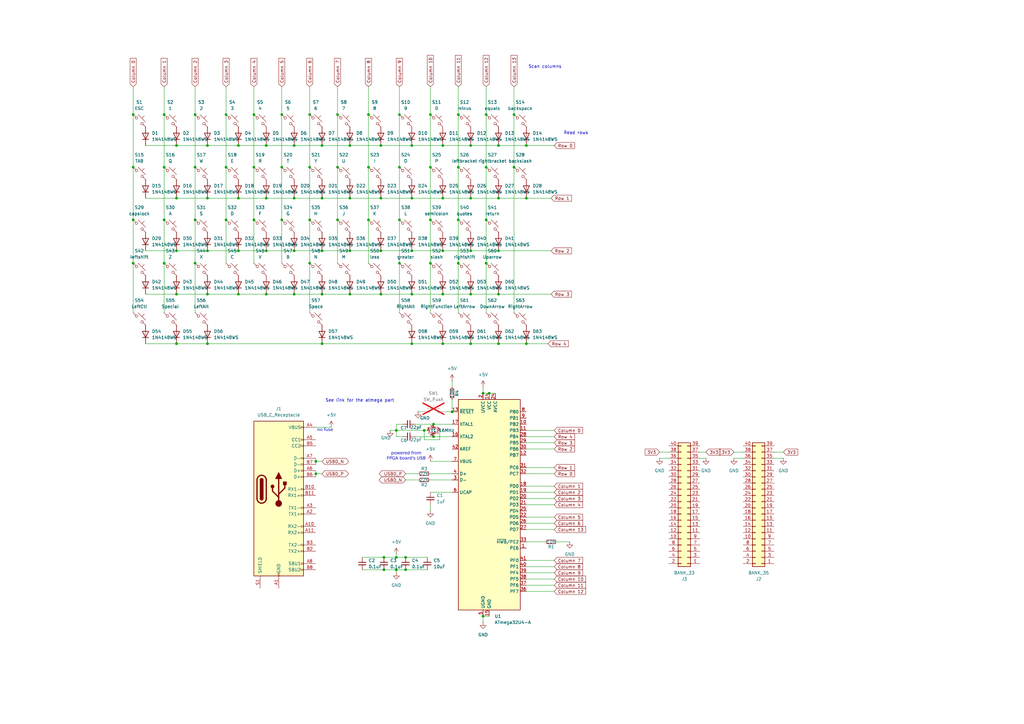
<source format=kicad_sch>
(kicad_sch (version 20231120) (generator "eeschema") (generator_version "8.0")
  (paper "A3")
  (bus_alias "" (members))
  (junction (at 54.61 90.17))
  (junction (at 199.39 107.95))
  (junction (at 80.01 68.58))
  (junction (at 132.08 81.28))
  (junction (at 80.01 90.17))
  (junction (at 157.48 228.6))
  (junction (at 156.21 59.69))
  (junction (at 97.79 120.65))
  (junction (at 204.47 140.97))
  (junction (at 115.57 46.99))
  (junction (at 198.12 252.73))
  (junction (at 204.47 59.69))
  (junction (at 177.8 173.99))
  (junction (at 163.83 46.99))
  (junction (at 156.21 120.65))
  (junction (at 199.39 68.58))
  (junction (at 104.14 90.17))
  (junction (at 185.42 168.91))
  (junction (at 193.04 81.28))
  (junction (at 72.39 140.97))
  (junction (at 129.54 189.23))
  (junction (at 85.09 59.69))
  (junction (at 187.96 107.95))
  (junction (at 85.09 81.28))
  (junction (at 92.71 68.58))
  (junction (at 132.08 102.87))
  (junction (at 85.09 140.97))
  (junction (at 97.79 81.28))
  (junction (at 168.91 140.97))
  (junction (at 187.96 68.58))
  (junction (at 127 90.17))
  (junction (at 138.43 90.17))
  (junction (at 193.04 59.69))
  (junction (at 109.22 81.28))
  (junction (at 72.39 120.65))
  (junction (at 168.91 81.28))
  (junction (at 193.04 120.65))
  (junction (at 97.79 59.69))
  (junction (at 199.39 90.17))
  (junction (at 143.51 102.87))
  (junction (at 181.61 59.69))
  (junction (at 204.47 81.28))
  (junction (at 210.82 46.99))
  (junction (at 54.61 107.95))
  (junction (at 143.51 59.69))
  (junction (at 132.08 59.69))
  (junction (at 162.56 228.6))
  (junction (at 200.66 161.29))
  (junction (at 127 46.99))
  (junction (at 120.65 120.65))
  (junction (at 120.65 102.87))
  (junction (at 92.71 46.99))
  (junction (at 193.04 140.97))
  (junction (at 176.53 90.17))
  (junction (at 181.61 102.87))
  (junction (at 127 68.58))
  (junction (at 85.09 102.87))
  (junction (at 168.91 59.69))
  (junction (at 181.61 140.97))
  (junction (at 72.39 81.28))
  (junction (at 151.13 90.17))
  (junction (at 156.21 102.87))
  (junction (at 176.53 68.58))
  (junction (at 168.91 102.87))
  (junction (at 109.22 59.69))
  (junction (at 162.56 176.53))
  (junction (at 129.54 194.31))
  (junction (at 115.57 68.58))
  (junction (at 132.08 140.97))
  (junction (at 215.9 140.97))
  (junction (at 109.22 102.87))
  (junction (at 80.01 107.95))
  (junction (at 163.83 90.17))
  (junction (at 67.31 90.17))
  (junction (at 204.47 120.65))
  (junction (at 92.71 90.17))
  (junction (at 67.31 68.58))
  (junction (at 168.91 120.65))
  (junction (at 80.01 46.99))
  (junction (at 181.61 120.65))
  (junction (at 138.43 68.58))
  (junction (at 176.53 107.95))
  (junction (at 72.39 59.69))
  (junction (at 177.8 179.07))
  (junction (at 166.37 228.6))
  (junction (at 151.13 68.58))
  (junction (at 97.79 102.87))
  (junction (at 127 107.95))
  (junction (at 215.9 81.28))
  (junction (at 143.51 120.65))
  (junction (at 67.31 46.99))
  (junction (at 143.51 81.28))
  (junction (at 198.12 161.29))
  (junction (at 187.96 46.99))
  (junction (at 181.61 81.28))
  (junction (at 156.21 81.28))
  (junction (at 173.99 176.53))
  (junction (at 204.47 102.87))
  (junction (at 54.61 68.58))
  (junction (at 199.39 46.99))
  (junction (at 210.82 68.58))
  (junction (at 162.56 233.68))
  (junction (at 115.57 90.17))
  (junction (at 166.37 233.68))
  (junction (at 54.61 46.99))
  (junction (at 187.96 90.17))
  (junction (at 138.43 46.99))
  (junction (at 176.53 46.99))
  (junction (at 85.09 120.65))
  (junction (at 109.22 120.65))
  (junction (at 215.9 59.69))
  (junction (at 132.08 120.65))
  (junction (at 120.65 81.28))
  (junction (at 163.83 107.95))
  (junction (at 120.65 59.69))
  (junction (at 157.48 233.68))
  (junction (at 193.04 102.87))
  (junction (at 72.39 102.87))
  (junction (at 163.83 68.58))
  (junction (at 151.13 46.99))
  (junction (at 104.14 46.99))
  (junction (at 104.14 68.58))
  (junction (at 67.31 107.95))
  (wire (pts (xy 85.09 81.28) (xy 97.79 81.28)))
  (wire (pts (xy 193.04 140.97) (xy 204.47 140.97)))
  (wire (pts (xy 143.51 81.28) (xy 156.21 81.28)))
  (wire (pts (xy 166.37 233.68) (xy 175.26 233.68)))
  (wire (pts (xy 176.53 196.85) (xy 185.42 196.85)))
  (wire (pts (xy 85.09 120.65) (xy 97.79 120.65)))
  (wire (pts (xy 181.61 59.69) (xy 193.04 59.69)))
  (wire (pts (xy 104.14 68.58) (xy 104.14 90.17)))
  (wire (pts (xy 157.48 233.68) (xy 162.56 233.68)))
  (wire (pts (xy 176.53 68.58) (xy 176.53 90.17)))
  (wire (pts (xy 157.48 228.6) (xy 162.56 228.6)))
  (wire (pts (xy 104.14 90.17) (xy 104.14 107.95)))
  (wire (pts (xy 163.83 107.95) (xy 163.83 128.27)))
  (wire (pts (xy 132.08 81.28) (xy 143.51 81.28)))
  (wire (pts (xy 210.82 35.56) (xy 210.82 46.99)))
  (wire (pts (xy 97.79 81.28) (xy 109.22 81.28)))
  (wire (pts (xy 67.31 107.95) (xy 67.31 128.27)))
  (wire (pts (xy 289.56 185.42) (xy 287.02 185.42)))
  (wire (pts (xy 162.56 179.07) (xy 165.1 179.07)))
  (wire (pts (xy 162.56 176.53) (xy 173.99 176.53)))
  (wire (pts (xy 129.54 189.23) (xy 132.08 189.23)))
  (wire (pts (xy 204.47 59.69) (xy 215.9 59.69)))
  (wire (pts (xy 227.33 242.57) (xy 215.9 242.57)))
  (wire (pts (xy 176.53 46.99) (xy 176.53 68.58)))
  (wire (pts (xy 228.6 222.25) (xy 233.68 222.25)))
  (wire (pts (xy 80.01 68.58) (xy 80.01 90.17)))
  (wire (pts (xy 127 107.95) (xy 127 128.27)))
  (wire (pts (xy 210.82 46.99) (xy 210.82 68.58)))
  (wire (pts (xy 170.18 173.99) (xy 177.8 173.99)))
  (wire (pts (xy 151.13 46.99) (xy 151.13 68.58)))
  (wire (pts (xy 59.69 140.97) (xy 72.39 140.97)))
  (wire (pts (xy 163.83 35.56) (xy 163.83 46.99)))
  (wire (pts (xy 181.61 102.87) (xy 193.04 102.87)))
  (wire (pts (xy 198.12 158.75) (xy 198.12 161.29)))
  (wire (pts (xy 180.34 176.53) (xy 180.34 180.34)))
  (wire (pts (xy 227.33 212.09) (xy 215.9 212.09)))
  (wire (pts (xy 166.37 194.31) (xy 171.45 194.31)))
  (wire (pts (xy 181.61 81.28) (xy 193.04 81.28)))
  (wire (pts (xy 227.33 184.15) (xy 215.9 184.15)))
  (wire (pts (xy 227.33 179.07) (xy 215.9 179.07)))
  (wire (pts (xy 187.96 46.99) (xy 187.96 68.58)))
  (wire (pts (xy 129.54 194.31) (xy 129.54 195.58)))
  (wire (pts (xy 182.88 168.91) (xy 185.42 168.91)))
  (wire (pts (xy 227.33 191.77) (xy 215.9 191.77)))
  (wire (pts (xy 54.61 46.99) (xy 54.61 68.58)))
  (wire (pts (xy 166.37 228.6) (xy 175.26 228.6)))
  (wire (pts (xy 300.99 187.96) (xy 304.8 187.96)))
  (wire (pts (xy 176.53 207.01) (xy 176.53 209.55)))
  (wire (pts (xy 204.47 102.87) (xy 226.06 102.87)))
  (wire (pts (xy 143.51 120.65) (xy 156.21 120.65)))
  (wire (pts (xy 138.43 90.17) (xy 138.43 107.95)))
  (wire (pts (xy 92.71 35.56) (xy 92.71 46.99)))
  (wire (pts (xy 132.08 120.65) (xy 143.51 120.65)))
  (wire (pts (xy 187.96 90.17) (xy 187.96 107.95)))
  (wire (pts (xy 115.57 68.58) (xy 115.57 90.17)))
  (wire (pts (xy 127 35.56) (xy 127 46.99)))
  (wire (pts (xy 132.08 59.69) (xy 143.51 59.69)))
  (wire (pts (xy 162.56 176.53) (xy 162.56 179.07)))
  (wire (pts (xy 115.57 46.99) (xy 115.57 68.58)))
  (wire (pts (xy 151.13 35.56) (xy 151.13 46.99)))
  (wire (pts (xy 168.91 81.28) (xy 181.61 81.28)))
  (wire (pts (xy 173.99 180.34) (xy 180.34 180.34)))
  (wire (pts (xy 200.66 161.29) (xy 203.2 161.29)))
  (wire (pts (xy 199.39 107.95) (xy 199.39 128.27)))
  (wire (pts (xy 199.39 46.99) (xy 199.39 68.58)))
  (wire (pts (xy 97.79 59.69) (xy 109.22 59.69)))
  (wire (pts (xy 215.9 81.28) (xy 226.06 81.28)))
  (wire (pts (xy 67.31 90.17) (xy 67.31 107.95)))
  (wire (pts (xy 227.33 217.17) (xy 215.9 217.17)))
  (wire (pts (xy 162.56 227.33) (xy 162.56 228.6)))
  (wire (pts (xy 54.61 68.58) (xy 54.61 90.17)))
  (wire (pts (xy 227.33 201.93) (xy 215.9 201.93)))
  (wire (pts (xy 138.43 35.56) (xy 138.43 46.99)))
  (wire (pts (xy 163.83 68.58) (xy 163.83 90.17)))
  (wire (pts (xy 151.13 68.58) (xy 151.13 90.17)))
  (wire (pts (xy 176.53 201.93) (xy 185.42 201.93)))
  (wire (pts (xy 156.21 102.87) (xy 168.91 102.87)))
  (wire (pts (xy 127 46.99) (xy 127 68.58)))
  (wire (pts (xy 92.71 68.58) (xy 92.71 90.17)))
  (wire (pts (xy 181.61 120.65) (xy 193.04 120.65)))
  (wire (pts (xy 162.56 228.6) (xy 166.37 228.6)))
  (wire (pts (xy 163.83 46.99) (xy 163.83 68.58)))
  (wire (pts (xy 151.13 90.17) (xy 151.13 107.95)))
  (wire (pts (xy 143.51 102.87) (xy 156.21 102.87)))
  (wire (pts (xy 193.04 120.65) (xy 204.47 120.65)))
  (wire (pts (xy 227.33 229.87) (xy 215.9 229.87)))
  (wire (pts (xy 72.39 59.69) (xy 85.09 59.69)))
  (wire (pts (xy 59.69 120.65) (xy 72.39 120.65)))
  (wire (pts (xy 54.61 107.95) (xy 54.61 128.27)))
  (wire (pts (xy 198.12 252.73) (xy 198.12 255.27)))
  (wire (pts (xy 227.33 207.01) (xy 215.9 207.01)))
  (wire (pts (xy 227.33 181.61) (xy 215.9 181.61)))
  (wire (pts (xy 227.33 194.31) (xy 215.9 194.31)))
  (wire (pts (xy 270.51 187.96) (xy 274.32 187.96)))
  (wire (pts (xy 148.59 228.6) (xy 157.48 228.6)))
  (wire (pts (xy 193.04 59.69) (xy 204.47 59.69)))
  (wire (pts (xy 127 90.17) (xy 127 107.95)))
  (wire (pts (xy 129.54 193.04) (xy 129.54 194.31)))
  (wire (pts (xy 120.65 120.65) (xy 132.08 120.65)))
  (wire (pts (xy 115.57 35.56) (xy 115.57 46.99)))
  (wire (pts (xy 289.56 187.96) (xy 287.02 187.96)))
  (wire (pts (xy 176.53 35.56) (xy 176.53 46.99)))
  (wire (pts (xy 300.99 185.42) (xy 304.8 185.42)))
  (wire (pts (xy 176.53 107.95) (xy 176.53 128.27)))
  (wire (pts (xy 187.96 68.58) (xy 187.96 90.17)))
  (wire (pts (xy 193.04 102.87) (xy 204.47 102.87)))
  (wire (pts (xy 166.37 196.85) (xy 171.45 196.85)))
  (wire (pts (xy 129.54 187.96) (xy 129.54 189.23)))
  (wire (pts (xy 187.96 35.56) (xy 187.96 46.99)))
  (wire (pts (xy 185.42 156.21) (xy 185.42 158.75)))
  (wire (pts (xy 177.8 179.07) (xy 185.42 179.07)))
  (wire (pts (xy 92.71 46.99) (xy 92.71 68.58)))
  (wire (pts (xy 204.47 120.65) (xy 226.06 120.65)))
  (wire (pts (xy 227.33 237.49) (xy 215.9 237.49)))
  (wire (pts (xy 204.47 81.28) (xy 215.9 81.28)))
  (wire (pts (xy 177.8 173.99) (xy 185.42 173.99)))
  (wire (pts (xy 181.61 140.97) (xy 193.04 140.97)))
  (wire (pts (xy 109.22 120.65) (xy 120.65 120.65)))
  (wire (pts (xy 210.82 68.58) (xy 210.82 128.27)))
  (wire (pts (xy 67.31 35.56) (xy 67.31 46.99)))
  (wire (pts (xy 185.42 163.83) (xy 185.42 168.91)))
  (wire (pts (xy 156.21 59.69) (xy 168.91 59.69)))
  (wire (pts (xy 92.71 90.17) (xy 92.71 107.95)))
  (wire (pts (xy 199.39 68.58) (xy 199.39 90.17)))
  (wire (pts (xy 85.09 102.87) (xy 97.79 102.87)))
  (wire (pts (xy 127 68.58) (xy 127 90.17)))
  (wire (pts (xy 115.57 90.17) (xy 115.57 107.95)))
  (wire (pts (xy 67.31 68.58) (xy 67.31 90.17)))
  (wire (pts (xy 109.22 59.69) (xy 120.65 59.69)))
  (wire (pts (xy 176.53 189.23) (xy 185.42 189.23)))
  (wire (pts (xy 109.22 102.87) (xy 120.65 102.87)))
  (wire (pts (xy 129.54 189.23) (xy 129.54 190.5)))
  (wire (pts (xy 227.33 214.63) (xy 215.9 214.63)))
  (wire (pts (xy 143.51 59.69) (xy 156.21 59.69)))
  (wire (pts (xy 170.18 179.07) (xy 177.8 179.07)))
  (wire (pts (xy 148.59 233.68) (xy 157.48 233.68)))
  (wire (pts (xy 156.21 120.65) (xy 168.91 120.65)))
  (wire (pts (xy 321.31 187.96) (xy 317.5 187.96)))
  (wire (pts (xy 162.56 173.99) (xy 162.56 176.53)))
  (wire (pts (xy 97.79 120.65) (xy 109.22 120.65)))
  (wire (pts (xy 104.14 35.56) (xy 104.14 46.99)))
  (wire (pts (xy 168.91 102.87) (xy 181.61 102.87)))
  (wire (pts (xy 80.01 35.56) (xy 80.01 46.99)))
  (wire (pts (xy 59.69 59.69) (xy 72.39 59.69)))
  (wire (pts (xy 54.61 35.56) (xy 54.61 46.99)))
  (wire (pts (xy 72.39 81.28) (xy 85.09 81.28)))
  (wire (pts (xy 59.69 102.87) (xy 72.39 102.87)))
  (wire (pts (xy 120.65 59.69) (xy 132.08 59.69)))
  (wire (pts (xy 173.99 176.53) (xy 173.99 180.34)))
  (wire (pts (xy 120.65 102.87) (xy 132.08 102.87)))
  (wire (pts (xy 156.21 81.28) (xy 168.91 81.28)))
  (wire (pts (xy 85.09 59.69) (xy 97.79 59.69)))
  (wire (pts (xy 54.61 90.17) (xy 54.61 107.95)))
  (wire (pts (xy 171.45 168.91) (xy 172.72 168.91)))
  (wire (pts (xy 173.99 176.53) (xy 175.26 176.53)))
  (wire (pts (xy 204.47 140.97) (xy 215.9 140.97)))
  (wire (pts (xy 120.65 81.28) (xy 132.08 81.28)))
  (wire (pts (xy 129.54 175.26) (xy 135.89 175.26)))
  (wire (pts (xy 109.22 81.28) (xy 120.65 81.28)))
  (wire (pts (xy 198.12 161.29) (xy 200.66 161.29)))
  (wire (pts (xy 321.31 185.42) (xy 317.5 185.42)))
  (wire (pts (xy 160.02 176.53) (xy 162.56 176.53)))
  (wire (pts (xy 227.33 232.41) (xy 215.9 232.41)))
  (wire (pts (xy 132.08 102.87) (xy 143.51 102.87)))
  (wire (pts (xy 80.01 46.99) (xy 80.01 68.58)))
  (wire (pts (xy 138.43 68.58) (xy 138.43 90.17)))
  (wire (pts (xy 227.33 240.03) (xy 215.9 240.03)))
  (wire (pts (xy 132.08 140.97) (xy 168.91 140.97)))
  (wire (pts (xy 72.39 102.87) (xy 85.09 102.87)))
  (wire (pts (xy 163.83 90.17) (xy 163.83 107.95)))
  (wire (pts (xy 80.01 107.95) (xy 80.01 128.27)))
  (wire (pts (xy 67.31 46.99) (xy 67.31 68.58)))
  (wire (pts (xy 176.53 194.31) (xy 185.42 194.31)))
  (wire (pts (xy 138.43 46.99) (xy 138.43 68.58)))
  (wire (pts (xy 104.14 46.99) (xy 104.14 68.58)))
  (wire (pts (xy 80.01 90.17) (xy 80.01 107.95)))
  (wire (pts (xy 97.79 102.87) (xy 109.22 102.87)))
  (wire (pts (xy 162.56 233.68) (xy 162.56 234.95)))
  (wire (pts (xy 72.39 140.97) (xy 85.09 140.97)))
  (wire (pts (xy 168.91 140.97) (xy 181.61 140.97)))
  (wire (pts (xy 227.33 234.95) (xy 215.9 234.95)))
  (wire (pts (xy 215.9 59.69) (xy 227.33 59.69)))
  (wire (pts (xy 85.09 140.97) (xy 132.08 140.97)))
  (wire (pts (xy 162.56 233.68) (xy 166.37 233.68)))
  (wire (pts (xy 168.91 120.65) (xy 181.61 120.65)))
  (wire (pts (xy 215.9 222.25) (xy 223.52 222.25)))
  (wire (pts (xy 215.9 176.53) (xy 227.33 176.53)))
  (wire (pts (xy 72.39 120.65) (xy 85.09 120.65)))
  (wire (pts (xy 193.04 81.28) (xy 204.47 81.28)))
  (wire (pts (xy 199.39 35.56) (xy 199.39 46.99)))
  (wire (pts (xy 198.12 252.73) (xy 200.66 252.73)))
  (wire (pts (xy 270.51 185.42) (xy 274.32 185.42)))
  (wire (pts (xy 215.9 140.97) (xy 224.79 140.97)))
  (wire (pts (xy 59.69 81.28) (xy 72.39 81.28)))
  (wire (pts (xy 227.33 204.47) (xy 215.9 204.47)))
  (wire (pts (xy 162.56 173.99) (xy 165.1 173.99)))
  (wire (pts (xy 176.53 90.17) (xy 176.53 107.95)))
  (wire (pts (xy 168.91 59.69) (xy 181.61 59.69)))
  (wire (pts (xy 227.33 199.39) (xy 215.9 199.39)))
  (wire (pts (xy 129.54 194.31) (xy 132.08 194.31)))
  (wire (pts (xy 187.96 107.95) (xy 187.96 128.27)))
  (wire (pts (xy 199.39 90.17) (xy 199.39 107.95)))
  (text "Scan columns" (at 223.52 27.432 0) (effects (font (size 1.27 1.27))))
  (text "no fuse" (at 133.35 176.784 0) (effects (font (size 1.27 1.27))))
  (text "See link for the atmega part" (at 147.574 164.338 0) (effects (font (size 1.27 1.27))))
  (text "powered from\nFPGA board's USB" (at 166.624 187.452 0) (effects (font (size 1.27 1.27))))
  (text "Read rows" (at 236.22 54.61 0) (effects (font (size 1.27 1.27))))
  (global_label "Column 13" (shape input) (at 210.82 35.56 90) (property "Intersheetrefs" "${INTERSHEET_REFS}" (effects (hide yes))))
  (global_label "Column 2" (shape input) (at 227.33 201.93 0) (property "Intersheetrefs" "${INTERSHEET_REFS}" (effects (hide yes))))
  (global_label "Column 13" (shape input) (at 227.33 217.17 0) (property "Intersheetrefs" "${INTERSHEET_REFS}" (effects (hide yes))))
  (global_label "Column 1" (shape input) (at 227.33 199.39 0) (property "Intersheetrefs" "${INTERSHEET_REFS}" (effects (hide yes))))
  (global_label "Row 3" (shape input) (at 226.06 120.65 0) (property "Intersheetrefs" "${INTERSHEET_REFS}" (effects (hide yes))))
  (global_label "Column 8" (shape input) (at 227.33 232.41 0) (property "Intersheetrefs" "${INTERSHEET_REFS}" (effects (hide yes))))
  (global_label "3V3" (shape input) (at 270.51 185.42 180) (property "Intersheetrefs" "${INTERSHEET_REFS}" (effects (hide yes))))
  (global_label "Row 3" (shape input) (at 227.33 181.61 0) (property "Intersheetrefs" "${INTERSHEET_REFS}" (effects (hide yes))))
  (global_label "Column 10" (shape input) (at 227.33 237.49 0) (property "Intersheetrefs" "${INTERSHEET_REFS}" (effects (hide yes))))
  (global_label "3V3" (shape input) (at 300.99 185.42 180) (property "Intersheetrefs" "${INTERSHEET_REFS}" (effects (hide yes))))
  (global_label "Column 0" (shape input) (at 227.33 176.53 0) (property "Intersheetrefs" "${INTERSHEET_REFS}" (effects (hide yes))))
  (global_label "Column 9" (shape input) (at 163.83 35.56 90) (property "Intersheetrefs" "${INTERSHEET_REFS}" (effects (hide yes))))
  (global_label "Column 12" (shape input) (at 227.33 242.57 0) (property "Intersheetrefs" "${INTERSHEET_REFS}" (effects (hide yes))))
  (global_label "Column 4" (shape input) (at 227.33 207.01 0) (property "Intersheetrefs" "${INTERSHEET_REFS}" (effects (hide yes))))
  (global_label "Row 1" (shape input) (at 227.33 191.77 0) (property "Intersheetrefs" "${INTERSHEET_REFS}" (effects (hide yes))))
  (global_label "Row 2" (shape input) (at 227.33 184.15 0) (property "Intersheetrefs" "${INTERSHEET_REFS}" (effects (hide yes))))
  (global_label "Column 9" (shape input) (at 227.33 234.95 0) (property "Intersheetrefs" "${INTERSHEET_REFS}" (effects (hide yes))))
  (global_label "Column 11" (shape input) (at 187.96 35.56 90) (property "Intersheetrefs" "${INTERSHEET_REFS}" (effects (hide yes))))
  (global_label "Column 8" (shape input) (at 151.13 35.56 90) (property "Intersheetrefs" "${INTERSHEET_REFS}" (effects (hide yes))))
  (global_label "3V3" (shape input) (at 321.31 185.42 0) (property "Intersheetrefs" "${INTERSHEET_REFS}" (effects (hide yes))))
  (global_label "Column 10" (shape input) (at 176.53 35.56 90) (property "Intersheetrefs" "${INTERSHEET_REFS}" (effects (hide yes))))
  (global_label "Column 4" (shape input) (at 104.14 35.56 90) (property "Intersheetrefs" "${INTERSHEET_REFS}" (effects (hide yes))))
  (global_label "Column 3" (shape input) (at 227.33 204.47 0) (property "Intersheetrefs" "${INTERSHEET_REFS}" (effects (hide yes))))
  (global_label "Row 4" (shape input) (at 224.79 140.97 0) (property "Intersheetrefs" "${INTERSHEET_REFS}" (effects (hide yes))))
  (global_label "Column 6" (shape input) (at 127 35.56 90) (property "Intersheetrefs" "${INTERSHEET_REFS}" (effects (hide yes))))
  (global_label "3V3" (shape input) (at 289.56 185.42 0) (property "Intersheetrefs" "${INTERSHEET_REFS}" (effects (hide yes))))
  (global_label "Column 5" (shape input) (at 227.33 212.09 0) (property "Intersheetrefs" "${INTERSHEET_REFS}" (effects (hide yes))))
  (global_label "Row 2" (shape input) (at 226.06 102.87 0) (property "Intersheetrefs" "${INTERSHEET_REFS}" (effects (hide yes))))
  (global_label "Column 3" (shape input) (at 92.71 35.56 90) (property "Intersheetrefs" "${INTERSHEET_REFS}" (effects (hide yes))))
  (global_label "Row 0" (shape input) (at 227.33 59.69 0) (property "Intersheetrefs" "${INTERSHEET_REFS}" (effects (hide yes))))
  (global_label "USBD_N" (shape bidirectional) (at 132.08 189.23 0) (property "Intersheetrefs" "${INTERSHEET_REFS}" (effects (hide yes))))
  (global_label "USBD_N" (shape bidirectional) (at 166.37 196.85 180) (property "Intersheetrefs" "${INTERSHEET_REFS}" (effects (hide yes))))
  (global_label "Column 12" (shape input) (at 199.39 35.56 90) (property "Intersheetrefs" "${INTERSHEET_REFS}" (effects (hide yes))))
  (global_label "Row 1" (shape input) (at 226.06 81.28 0) (property "Intersheetrefs" "${INTERSHEET_REFS}" (effects (hide yes))))
  (global_label "Row 0" (shape input) (at 227.33 194.31 0) (property "Intersheetrefs" "${INTERSHEET_REFS}" (effects (hide yes))))
  (global_label "Column 1" (shape input) (at 67.31 35.56 90) (property "Intersheetrefs" "${INTERSHEET_REFS}" (effects (hide yes))))
  (global_label "Column 7" (shape input) (at 138.43 35.56 90) (property "Intersheetrefs" "${INTERSHEET_REFS}" (effects (hide yes))))
  (global_label "Column 6" (shape input) (at 227.33 214.63 0) (property "Intersheetrefs" "${INTERSHEET_REFS}" (effects (hide yes))))
  (global_label "Column 5" (shape input) (at 115.57 35.56 90) (property "Intersheetrefs" "${INTERSHEET_REFS}" (effects (hide yes))))
  (global_label "Column 7" (shape input) (at 227.33 229.87 0) (property "Intersheetrefs" "${INTERSHEET_REFS}" (effects (hide yes))))
  (global_label "Column 2" (shape input) (at 80.01 35.56 90) (property "Intersheetrefs" "${INTERSHEET_REFS}" (effects (hide yes))))
  (global_label "Column 0" (shape input) (at 54.61 35.56 90) (property "Intersheetrefs" "${INTERSHEET_REFS}" (effects (hide yes))))
  (global_label "USBD_P" (shape bidirectional) (at 132.08 194.31 0) (property "Intersheetrefs" "${INTERSHEET_REFS}" (effects (hide yes))))
  (global_label "Row 4" (shape input) (at 227.33 179.07 0) (property "Intersheetrefs" "${INTERSHEET_REFS}" (effects (hide yes))))
  (global_label "Column 11" (shape input) (at 227.33 240.03 0) (property "Intersheetrefs" "${INTERSHEET_REFS}" (effects (hide yes))))
  (global_label "USBD_P" (shape bidirectional) (at 166.37 194.31 180) (property "Intersheetrefs" "${INTERSHEET_REFS}" (effects (hide yes))))
  (symbol (lib_id "ScottoKeebs:Placeholder_Diode") (at 143.51 116.84 90) (unit 1)
    (property "Reference" "D49" (at 146.05 115.5699 90) (effects (justify right)))
    (property "Value" "1N4148WS‎" (at 146.05 118.1099 90) (effects (justify right)))
    (property "Footprint" "Diode_SMD:D_SOD-323_HandSoldering" (effects (hide yes)))
    (property "Datasheet" "https://www.smc-diodes.com/propdf/1N4148WS%20N0572%20REV.B.pdf" (effects (hide yes)))
    (property "Description" "1N4148 (DO-35) or 1N4148W (SOD-123)" (effects (hide yes)))
    (property "Sim.Device" "D" (effects (hide yes)))
    (property "Sim.Pins" "1=K 2=A" (effects (hide yes)))
  )
  (symbol (lib_id "ScottoKeebs:Placeholder_Diode") (at 168.91 77.47 90) (unit 1)
    (property "Reference" "D24" (at 171.45 76.1999 90) (effects (justify right)))
    (property "Value" "1N4148WS‎" (at 171.45 78.7399 90) (effects (justify right)))
    (property "Footprint" "Diode_SMD:D_SOD-323_HandSoldering" (effects (hide yes)))
    (property "Datasheet" "https://www.smc-diodes.com/propdf/1N4148WS%20N0572%20REV.B.pdf" (effects (hide yes)))
    (property "Description" "1N4148 (DO-35) or 1N4148W (SOD-123)" (effects (hide yes)))
    (property "Sim.Device" "D" (effects (hide yes)))
    (property "Sim.Pins" "1=K 2=A" (effects (hide yes)))
  )
  (symbol (lib_id "ScottoKeebs:Placeholder_Diode") (at 85.09 116.84 90) (unit 1)
    (property "Reference" "D44" (at 87.63 115.5699 90) (effects (justify right)))
    (property "Value" "1N4148WS‎" (at 87.63 118.1099 90) (effects (justify right)))
    (property "Footprint" "Diode_SMD:D_SOD-323_HandSoldering" (effects (hide yes)))
    (property "Datasheet" "https://www.smc-diodes.com/propdf/1N4148WS%20N0572%20REV.B.pdf" (effects (hide yes)))
    (property "Description" "1N4148 (DO-35) or 1N4148W (SOD-123)" (effects (hide yes)))
    (property "Sim.Device" "D" (effects (hide yes)))
    (property "Sim.Pins" "1=K 2=A" (effects (hide yes)))
  )
  (symbol (lib_id "ScottoKeebs:Placeholder_Keyswitch") (at 190.5 92.71 0) (unit 1)
    (property "Reference" "S40" (at 190.5 85.09 0))
    (property "Value" "quotes" (at 190.5 87.63 0))
    (property "Footprint" "sandpiperfootprints:SW_Cherry_MX_1.00u_PCB" (effects (hide yes)))
    (property "Description" "Push button switch, normally open, two pins, 45° tilted" (effects (hide yes)))
  )
  (symbol (lib_id "power:+5V") (at 185.42 156.21 0) (unit 1)
    (property "Reference" "#PWR09" (effects (hide yes)))
    (property "Value" "+5V" (at 185.42 151.13 0))
    (property "Description" "Power symbol creates a global label with name \"+5V\"" (effects (hide yes)))
  )
  (symbol (lib_id "Connector:USB_C_Receptacle") (at 114.3 200.66 0) (unit 1)
    (property "Reference" "J1" (at 114.3 167.64 0))
    (property "Value" "USB_C_Receptacle" (at 114.3 170.18 0))
    (property "Footprint" "Connector_USB:USB_C_Receptacle_GCT_USB4085" (effects (hide yes)))
    (property "Datasheet" "https://www.usb.org/sites/default/files/documents/usb_type-c.zip" (effects (hide yes)))
    (property "Description" "USB Full-Featured Type-C Receptacle connector" (effects (hide yes)))
  )
  (symbol (lib_id "ScottoKeebs:Placeholder_Keyswitch") (at 190.5 130.81 0) (unit 1)
    (property "Reference" "S61" (at 190.5 123.19 0))
    (property "Value" "LeftArrow" (at 190.5 125.73 0))
    (property "Footprint" "sandpiperfootprints:SW_Cherry_MX_1.00u_PCB" (effects (hide yes)))
    (property "Description" "Push button switch, normally open, two pins, 45° tilted" (effects (hide yes)))
  )
  (symbol (lib_id "ScottoKeebs:Placeholder_Keyswitch") (at 201.93 110.49 0) (unit 1)
    (property "Reference" "S60" (at 201.93 102.87 0))
    (property "Value" "Uparrow" (at 201.93 105.41 0))
    (property "Footprint" "sandpiperfootprints:SW_Cherry_MX_1.00u_PCB" (effects (hide yes)))
    (property "Description" "Push button switch, normally open, two pins, 45° tilted" (effects (hide yes)))
  )
  (symbol (lib_id "ScottoKeebs:Placeholder_Keyswitch") (at 118.11 71.12 0) (unit 1)
    (property "Reference" "S20" (at 118.11 63.5 0))
    (property "Value" "T" (at 118.11 66.04 0))
    (property "Footprint" "sandpiperfootprints:SW_Cherry_MX_1.00u_PCB" (effects (hide yes)))
    (property "Description" "Push button switch, normally open, two pins, 45° tilted" (effects (hide yes)))
  )
  (symbol (lib_id "ScottoKeebs:Placeholder_Diode") (at 132.08 99.06 90) (unit 1)
    (property "Reference" "D35" (at 134.62 97.7899 90) (effects (justify right)))
    (property "Value" "1N4148WS‎" (at 134.62 100.3299 90) (effects (justify right)))
    (property "Footprint" "Diode_SMD:D_SOD-323_HandSoldering" (effects (hide yes)))
    (property "Datasheet" "https://www.smc-diodes.com/propdf/1N4148WS%20N0572%20REV.B.pdf" (effects (hide yes)))
    (property "Description" "1N4148 (DO-35) or 1N4148W (SOD-123)" (effects (hide yes)))
    (property "Sim.Device" "D" (effects (hide yes)))
    (property "Sim.Pins" "1=K 2=A" (effects (hide yes)))
  )
  (symbol (lib_id "Device:C_Small") (at 176.53 204.47 0) (unit 1)
    (property "Reference" "C1" (at 179.07 203.2063 0) (effects (justify left)))
    (property "Value" "1uF" (at 179.07 205.7463 0) (effects (justify left)))
    (property "Footprint" "Capacitor_SMD:C_0805_2012Metric" (effects (hide yes)))
    (property "Description" "Unpolarized capacitor, small symbol" (effects (hide yes)))
  )
  (symbol (lib_id "Device:C_Small") (at 148.59 231.14 0) (unit 1)
    (property "Reference" "C2" (at 151.13 229.8763 0) (effects (justify left)))
    (property "Value" "0.1uF" (at 151.13 232.4163 0) (effects (justify left)))
    (property "Footprint" "Capacitor_SMD:C_0805_2012Metric" (effects (hide yes)))
    (property "Description" "Unpolarized capacitor, small symbol" (effects (hide yes)))
  )
  (symbol (lib_id "ScottoKeebs:Placeholder_Diode") (at 204.47 137.16 90) (unit 1)
    (property "Reference" "D62" (at 207.01 135.8899 90) (effects (justify right)))
    (property "Value" "1N4148WS‎" (at 207.01 138.4299 90) (effects (justify right)))
    (property "Footprint" "Diode_SMD:D_SOD-323_HandSoldering" (effects (hide yes)))
    (property "Datasheet" "https://www.smc-diodes.com/propdf/1N4148WS%20N0572%20REV.B.pdf" (effects (hide yes)))
    (property "Description" "1N4148 (DO-35) or 1N4148W (SOD-123)" (effects (hide yes)))
    (property "Sim.Device" "D" (effects (hide yes)))
    (property "Sim.Pins" "1=K 2=A" (effects (hide yes)))
  )
  (symbol (lib_id "ScottoKeebs:Placeholder_Keyswitch") (at 57.15 71.12 0) (unit 1)
    (property "Reference" "S15" (at 57.15 63.5 0))
    (property "Value" "TAB" (at 57.15 66.04 0))
    (property "Footprint" "sandpiperfootprints:SW_Cherry_MX_1.00u_PCB" (effects (hide yes)))
    (property "Description" "Push button switch, normally open, two pins, 45° tilted" (effects (hide yes)))
  )
  (symbol (lib_id "ScottoKeebs:Placeholder_Diode") (at 109.22 55.88 90) (unit 1)
    (property "Reference" "D5" (at 111.76 54.6099 90) (effects (justify right)))
    (property "Value" "1N4148WS‎" (at 111.76 57.1499 90) (effects (justify right)))
    (property "Footprint" "Diode_SMD:D_SOD-323_HandSoldering" (effects (hide yes)))
    (property "Datasheet" "https://www.smc-diodes.com/propdf/1N4148WS%20N0572%20REV.B.pdf" (effects (hide yes)))
    (property "Description" "1N4148 (DO-35) or 1N4148W (SOD-123)" (effects (hide yes)))
    (property "Sim.Device" "D" (effects (hide yes)))
    (property "Sim.Pins" "1=K 2=A" (effects (hide yes)))
  )
  (symbol (lib_id "power:GND") (at 198.12 255.27 0) (unit 1)
    (property "Reference" "#PWR02" (effects (hide yes)))
    (property "Value" "GND" (at 198.12 260.35 0))
    (property "Description" "Power symbol creates a global label with name \"GND\" , ground" (effects (hide yes)))
  )
  (symbol (lib_id "power:+5V") (at 135.89 175.26 0) (unit 1)
    (property "Reference" "#PWR011" (effects (hide yes)))
    (property "Value" "+5V" (at 135.89 170.18 0))
    (property "Description" "Power symbol creates a global label with name \"+5V\"" (effects (hide yes)))
  )
  (symbol (lib_id "Device:C_Small") (at 167.64 173.99 270) (unit 1)
    (property "Reference" "C7" (at 165.608 175.514 90))
    (property "Value" "22pF" (at 170.688 175.26 90))
    (property "Footprint" "Capacitor_SMD:C_0805_2012Metric" (effects (hide yes)))
    (property "Description" "Unpolarized capacitor, small symbol" (effects (hide yes)))
  )
  (symbol (lib_id "ScottoKeebs:Placeholder_Diode") (at 181.61 55.88 90) (unit 1)
    (property "Reference" "D11" (at 184.15 54.6099 90) (effects (justify right)))
    (property "Value" "1N4148WS‎" (at 184.15 57.1499 90) (effects (justify right)))
    (property "Footprint" "Diode_SMD:D_SOD-323_HandSoldering" (effects (hide yes)))
    (property "Datasheet" "https://www.smc-diodes.com/propdf/1N4148WS%20N0572%20REV.B.pdf" (effects (hide yes)))
    (property "Description" "1N4148 (DO-35) or 1N4148W (SOD-123)" (effects (hide yes)))
    (property "Sim.Device" "D" (effects (hide yes)))
    (property "Sim.Pins" "1=K 2=A" (effects (hide yes)))
  )
  (symbol (lib_id "ScottoKeebs:Placeholder_Keyswitch") (at 140.97 71.12 0) (unit 1)
    (property "Reference" "S22" (at 140.97 63.5 0))
    (property "Value" "U" (at 140.97 66.04 0))
    (property "Footprint" "sandpiperfootprints:SW_Cherry_MX_1.00u_PCB" (effects (hide yes)))
    (property "Description" "Push button switch, normally open, two pins, 45° tilted" (effects (hide yes)))
  )
  (symbol (lib_id "ScottoKeebs:Placeholder_Diode") (at 156.21 55.88 90) (unit 1)
    (property "Reference" "D9" (at 158.75 54.6099 90) (effects (justify right)))
    (property "Value" "1N4148WS‎" (at 158.75 57.1499 90) (effects (justify right)))
    (property "Footprint" "Diode_SMD:D_SOD-323_HandSoldering" (effects (hide yes)))
    (property "Datasheet" "https://www.smc-diodes.com/propdf/1N4148WS%20N0572%20REV.B.pdf" (effects (hide yes)))
    (property "Description" "1N4148 (DO-35) or 1N4148W (SOD-123)" (effects (hide yes)))
    (property "Sim.Device" "D" (effects (hide yes)))
    (property "Sim.Pins" "1=K 2=A" (effects (hide yes)))
  )
  (symbol (lib_id "power:+5V") (at 176.53 189.23 0) (unit 1)
    (property "Reference" "#PWR07" (effects (hide yes)))
    (property "Value" "+5V" (at 176.53 184.15 0))
    (property "Description" "Power symbol creates a global label with name \"+5V\"" (effects (hide yes)))
  )
  (symbol (lib_id "ScottoKeebs:Placeholder_Diode") (at 156.21 99.06 90) (unit 1)
    (property "Reference" "D37" (at 158.75 97.7899 90) (effects (justify right)))
    (property "Value" "1N4148WS‎" (at 158.75 100.3299 90) (effects (justify right)))
    (property "Footprint" "Diode_SMD:D_SOD-323_HandSoldering" (effects (hide yes)))
    (property "Datasheet" "https://www.smc-diodes.com/propdf/1N4148WS%20N0572%20REV.B.pdf" (effects (hide yes)))
    (property "Description" "1N4148 (DO-35) or 1N4148W (SOD-123)" (effects (hide yes)))
    (property "Sim.Device" "D" (effects (hide yes)))
    (property "Sim.Pins" "1=K 2=A" (effects (hide yes)))
  )
  (symbol (lib_id "ScottoKeebs:Placeholder_Keyswitch") (at 57.15 49.53 0) (unit 1)
    (property "Reference" "S1" (at 57.15 41.91 0))
    (property "Value" "ESC" (at 57.15 44.45 0))
    (property "Footprint" "sandpiperfootprints:SW_Cherry_MX_1.00u_PCB" (effects (hide yes)))
    (property "Description" "Push button switch, normally open, two pins, 45° tilted" (effects (hide yes)))
  )
  (symbol (lib_id "ScottoKeebs:Placeholder_Diode") (at 168.91 137.16 90) (unit 1)
    (property "Reference" "D58" (at 171.45 135.8899 90) (effects (justify right)))
    (property "Value" "1N4148WS‎" (at 171.45 138.4299 90) (effects (justify right)))
    (property "Footprint" "Diode_SMD:D_SOD-323_HandSoldering" (effects (hide yes)))
    (property "Datasheet" "https://www.smc-diodes.com/propdf/1N4148WS%20N0572%20REV.B.pdf" (effects (hide yes)))
    (property "Description" "1N4148 (DO-35) or 1N4148W (SOD-123)" (effects (hide yes)))
    (property "Sim.Device" "D" (effects (hide yes)))
    (property "Sim.Pins" "1=K 2=A" (effects (hide yes)))
  )
  (symbol (lib_id "ScottoKeebs:Placeholder_Diode") (at 72.39 55.88 90) (unit 1)
    (property "Reference" "D2" (at 74.93 54.6099 90) (effects (justify right)))
    (property "Value" "1N4148WS‎" (at 74.93 57.1499 90) (effects (justify right)))
    (property "Footprint" "Diode_SMD:D_SOD-323_HandSoldering" (effects (hide yes)))
    (property "Datasheet" "https://www.smc-diodes.com/propdf/1N4148WS%20N0572%20REV.B.pdf" (effects (hide yes)))
    (property "Description" "1N4148 (DO-35) or 1N4148W (SOD-123)" (effects (hide yes)))
    (property "Sim.Device" "D" (effects (hide yes)))
    (property "Sim.Pins" "1=K 2=A" (effects (hide yes)))
  )
  (symbol (lib_id "ScottoKeebs:Placeholder_Keyswitch") (at 140.97 49.53 0) (unit 1)
    (property "Reference" "S8" (at 140.97 41.91 0))
    (property "Value" "7" (at 140.97 44.45 0))
    (property "Footprint" "sandpiperfootprints:SW_Cherry_MX_1.00u_PCB" (effects (hide yes)))
    (property "Description" "Push button switch, normally open, two pins, 45° tilted" (effects (hide yes)))
  )
  (symbol (lib_id "ScottoKeebs:Placeholder_Diode") (at 59.69 77.47 90) (unit 1)
    (property "Reference" "D15" (at 62.23 76.1999 90) (effects (justify right)))
    (property "Value" "1N4148WS‎" (at 62.23 78.7399 90) (effects (justify right)))
    (property "Footprint" "Diode_SMD:D_SOD-323_HandSoldering" (effects (hide yes)))
    (property "Datasheet" "https://www.smc-diodes.com/propdf/1N4148WS%20N0572%20REV.B.pdf" (effects (hide yes)))
    (property "Description" "1N4148 (DO-35) or 1N4148W (SOD-123)" (effects (hide yes)))
    (property "Sim.Device" "D" (effects (hide yes)))
    (property "Sim.Pins" "1=K 2=A" (effects (hide yes)))
  )
  (symbol (lib_id "ScottoKeebs:Placeholder_Diode") (at 215.9 137.16 90) (unit 1)
    (property "Reference" "D63" (at 218.44 135.8899 90) (effects (justify right)))
    (property "Value" "1N4148WS‎" (at 218.44 138.4299 90) (effects (justify right)))
    (property "Footprint" "Diode_SMD:D_SOD-323_HandSoldering" (effects (hide yes)))
    (property "Datasheet" "https://www.smc-diodes.com/propdf/1N4148WS%20N0572%20REV.B.pdf" (effects (hide yes)))
    (property "Description" "1N4148 (DO-35) or 1N4148W (SOD-123)" (effects (hide yes)))
    (property "Sim.Device" "D" (effects (hide yes)))
    (property "Sim.Pins" "1=K 2=A" (effects (hide yes)))
  )
  (symbol (lib_id "Connector_Generic:Conn_02x20_Odd_Even") (at 312.42 208.28 180) (unit 1)
    (property "Reference" "J2" (at 311.15 237.49 0))
    (property "Value" "BANK_35" (at 311.15 234.95 0))
    (property "Footprint" "Connector_PinHeader_2.54mm:PinHeader_2x20_P2.54mm_Vertical" (effects (hide yes)))
    (property "Description" "Generic connector, double row, 02x20, odd/even pin numbering scheme (row 1 odd numbers, row 2 even numbers), script generated (kicad-library-utils/schlib/autogen/connector/)" (effects (hide yes)))
  )
  (symbol (lib_id "ScottoKeebs:Placeholder_Keyswitch") (at 106.68 92.71 0) (unit 1)
    (property "Reference" "S33" (at 106.68 85.09 0))
    (property "Value" "F" (at 106.68 87.63 0))
    (property "Footprint" "sandpiperfootprints:SW_Cherry_MX_1.00u_PCB" (effects (hide yes)))
    (property "Description" "Push button switch, normally open, two pins, 45° tilted" (effects (hide yes)))
  )
  (symbol (lib_id "ScottoKeebs:Placeholder_Diode") (at 204.47 77.47 90) (unit 1)
    (property "Reference" "D27" (at 207.01 76.1999 90) (effects (justify right)))
    (property "Value" "1N4148WS‎" (at 207.01 78.7399 90) (effects (justify right)))
    (property "Footprint" "Diode_SMD:D_SOD-323_HandSoldering" (effects (hide yes)))
    (property "Datasheet" "https://www.smc-diodes.com/propdf/1N4148WS%20N0572%20REV.B.pdf" (effects (hide yes)))
    (property "Description" "1N4148 (DO-35) or 1N4148W (SOD-123)" (effects (hide yes)))
    (property "Sim.Device" "D" (effects (hide yes)))
    (property "Sim.Pins" "1=K 2=A" (effects (hide yes)))
  )
  (symbol (lib_id "ScottoKeebs:Placeholder_Keyswitch") (at 118.11 92.71 0) (unit 1)
    (property "Reference" "S34" (at 118.11 85.09 0))
    (property "Value" "G" (at 118.11 87.63 0))
    (property "Footprint" "sandpiperfootprints:SW_Cherry_MX_1.00u_PCB" (effects (hide yes)))
    (property "Description" "Push button switch, normally open, two pins, 45° tilted" (effects (hide yes)))
  )
  (symbol (lib_id "ScottoKeebs:Placeholder_Diode") (at 193.04 99.06 90) (unit 1)
    (property "Reference" "D40" (at 195.58 97.7899 90) (effects (justify right)))
    (property "Value" "1N4148WS‎" (at 195.58 100.3299 90) (effects (justify right)))
    (property "Footprint" "Diode_SMD:D_SOD-323_HandSoldering" (effects (hide yes)))
    (property "Datasheet" "https://www.smc-diodes.com/propdf/1N4148WS%20N0572%20REV.B.pdf" (effects (hide yes)))
    (property "Description" "1N4148 (DO-35) or 1N4148W (SOD-123)" (effects (hide yes)))
    (property "Sim.Device" "D" (effects (hide yes)))
    (property "Sim.Pins" "1=K 2=A" (effects (hide yes)))
  )
  (symbol (lib_id "ScottoKeebs:Placeholder_Keyswitch") (at 129.54 92.71 0) (unit 1)
    (property "Reference" "S35" (at 129.54 85.09 0))
    (property "Value" "H" (at 129.54 87.63 0))
    (property "Footprint" "sandpiperfootprints:SW_Cherry_MX_1.00u_PCB" (effects (hide yes)))
    (property "Description" "Push button switch, normally open, two pins, 45° tilted" (effects (hide yes)))
  )
  (symbol (lib_id "ScottoKeebs:Placeholder_Keyswitch") (at 153.67 49.53 0) (unit 1)
    (property "Reference" "S9" (at 153.67 41.91 0))
    (property "Value" "8" (at 153.67 44.45 0))
    (property "Footprint" "sandpiperfootprints:SW_Cherry_MX_1.00u_PCB" (effects (hide yes)))
    (property "Description" "Push button switch, normally open, two pins, 45° tilted" (effects (hide yes)))
  )
  (symbol (lib_id "ScottoKeebs:Placeholder_Diode") (at 109.22 99.06 90) (unit 1)
    (property "Reference" "D33" (at 111.76 97.7899 90) (effects (justify right)))
    (property "Value" "1N4148WS‎" (at 111.76 100.3299 90) (effects (justify right)))
    (property "Footprint" "Diode_SMD:D_SOD-323_HandSoldering" (effects (hide yes)))
    (property "Datasheet" "https://www.smc-diodes.com/propdf/1N4148WS%20N0572%20REV.B.pdf" (effects (hide yes)))
    (property "Description" "1N4148 (DO-35) or 1N4148W (SOD-123)" (effects (hide yes)))
    (property "Sim.Device" "D" (effects (hide yes)))
    (property "Sim.Pins" "1=K 2=A" (effects (hide yes)))
  )
  (symbol (lib_id "ScottoKeebs:Placeholder_Keyswitch") (at 82.55 49.53 0) (unit 1)
    (property "Reference" "S3" (at 82.55 41.91 0))
    (property "Value" "2" (at 82.55 44.45 0))
    (property "Footprint" "sandpiperfootprints:SW_Cherry_MX_1.00u_PCB" (effects (hide yes)))
    (property "Description" "Push button switch, normally open, two pins, 45° tilted" (effects (hide yes)))
  )
  (symbol (lib_id "power:GND") (at 270.51 187.96 0) (unit 1)
    (property "Reference" "#PWR012" (effects (hide yes)))
    (property "Value" "GND" (at 270.51 193.04 0))
    (property "Description" "Power symbol creates a global label with name \"GND\" , ground" (effects (hide yes)))
  )
  (symbol (lib_id "ScottoKeebs:Placeholder_Diode") (at 85.09 55.88 90) (unit 1)
    (property "Reference" "D3" (at 87.63 54.6099 90) (effects (justify right)))
    (property "Value" "1N4148WS‎" (at 87.63 57.1499 90) (effects (justify right)))
    (property "Footprint" "Diode_SMD:D_SOD-323_HandSoldering" (effects (hide yes)))
    (property "Datasheet" "https://www.smc-diodes.com/propdf/1N4148WS%20N0572%20REV.B.pdf" (effects (hide yes)))
    (property "Description" "1N4148 (DO-35) or 1N4148W (SOD-123)" (effects (hide yes)))
    (property "Sim.Device" "D" (effects (hide yes)))
    (property "Sim.Pins" "1=K 2=A" (effects (hide yes)))
  )
  (symbol (lib_id "ScottoKeebs:Placeholder_Keyswitch") (at 190.5 49.53 0) (unit 1)
    (property "Reference" "S12" (at 190.5 41.91 0))
    (property "Value" "minus" (at 190.5 44.45 0))
    (property "Footprint" "sandpiperfootprints:SW_Cherry_MX_1.00u_PCB" (effects (hide yes)))
    (property "Description" "Push button switch, normally open, two pins, 45° tilted" (effects (hide yes)))
  )
  (symbol (lib_id "Device:Crystal_GND24_Small") (at 177.8 176.53 270) (unit 1)
    (property "Reference" "Y1" (at 177.8 176.53 90))
    (property "Value" "16MHz" (at 183.134 176.53 90))
    (property "Footprint" "Crystal:Crystal_SMD_3225-4Pin_3.2x2.5mm" (effects (hide yes)))
    (property "Description" "Four pin crystal, GND on pins 2 and 4, small symbol" (effects (hide yes)))
  )
  (symbol (lib_id "power:GND") (at 233.68 222.25 0) (unit 1)
    (property "Reference" "#PWR03" (effects (hide yes)))
    (property "Value" "GND" (at 233.68 227.33 0))
    (property "Description" "Power symbol creates a global label with name \"GND\" , ground" (effects (hide yes)))
  )
  (symbol (lib_id "ScottoKeebs:Placeholder_Keyswitch") (at 201.93 49.53 0) (unit 1)
    (property "Reference" "S13" (at 201.93 41.91 0))
    (property "Value" "equals" (at 201.93 44.45 0))
    (property "Footprint" "sandpiperfootprints:SW_Cherry_MX_1.00u_PCB" (effects (hide yes)))
    (property "Description" "Push button switch, normally open, two pins, 45° tilted" (effects (hide yes)))
  )
  (symbol (lib_id "ScottoKeebs:Placeholder_Keyswitch") (at 129.54 130.81 0) (unit 1)
    (property "Reference" "S57" (at 129.54 123.19 0))
    (property "Value" "Space" (at 129.54 125.73 0))
    (property "Footprint" "Button_Switch_Keyboard:SW_Cherry_MX_6.25u_PCB" (effects (hide yes)))
    (property "Description" "Push button switch, normally open, two pins, 45° tilted" (effects (hide yes)))
  )
  (symbol (lib_id "ScottoKeebs:Placeholder_Keyswitch") (at 57.15 92.71 0) (unit 1)
    (property "Reference" "S29" (at 57.15 85.09 0))
    (property "Value" "capslock" (at 57.15 87.63 0))
    (property "Footprint" "sandpiperfootprints:SW_Cherry_MX_1.00u_PCB" (effects (hide yes)))
    (property "Description" "Push button switch, normally open, two pins, 45° tilted" (effects (hide yes)))
  )
  (symbol (lib_id "ScottoKeebs:Placeholder_Keyswitch") (at 213.36 71.12 0) (unit 1)
    (property "Reference" "S28" (at 213.36 63.5 0))
    (property "Value" "backslash" (at 213.36 66.04 0))
    (property "Footprint" "sandpiperfootprints:SW_Cherry_MX_1.00u_PCB" (effects (hide yes)))
    (property "Description" "Push button switch, normally open, two pins, 45° tilted" (effects (hide yes)))
  )
  (symbol (lib_id "ScottoKeebs:Placeholder_Keyswitch") (at 106.68 110.49 0) (unit 1)
    (property "Reference" "S46" (at 106.68 102.87 0))
    (property "Value" "V" (at 106.68 105.41 0))
    (property "Footprint" "sandpiperfootprints:SW_Cherry_MX_1.00u_PCB" (effects (hide yes)))
    (property "Description" "Push button switch, normally open, two pins, 45° tilted" (effects (hide yes)))
  )
  (symbol (lib_id "ScottoKeebs:Placeholder_Diode") (at 204.47 116.84 90) (unit 1)
    (property "Reference" "D60" (at 207.01 115.5699 90) (effects (justify right)))
    (property "Value" "1N4148WS‎" (at 207.01 118.1099 90) (effects (justify right)))
    (property "Footprint" "Diode_SMD:D_SOD-323_HandSoldering" (effects (hide yes)))
    (property "Datasheet" "https://www.smc-diodes.com/propdf/1N4148WS%20N0572%20REV.B.pdf" (effects (hide yes)))
    (property "Description" "1N4148 (DO-35) or 1N4148W (SOD-123)" (effects (hide yes)))
    (property "Sim.Device" "D" (effects (hide yes)))
    (property "Sim.Pins" "1=K 2=A" (effects (hide yes)))
  )
  (symbol (lib_id "ScottoKeebs:Placeholder_Diode") (at 168.91 55.88 90) (unit 1)
    (property "Reference" "D10" (at 171.45 54.6099 90) (effects (justify right)))
    (property "Value" "1N4148WS‎" (at 171.45 57.1499 90) (effects (justify right)))
    (property "Footprint" "Diode_SMD:D_SOD-323_HandSoldering" (effects (hide yes)))
    (property "Datasheet" "https://www.smc-diodes.com/propdf/1N4148WS%20N0572%20REV.B.pdf" (effects (hide yes)))
    (property "Description" "1N4148 (DO-35) or 1N4148W (SOD-123)" (effects (hide yes)))
    (property "Sim.Device" "D" (effects (hide yes)))
    (property "Sim.Pins" "1=K 2=A" (effects (hide yes)))
  )
  (symbol (lib_id "ScottoKeebs:Placeholder_Diode") (at 97.79 55.88 90) (unit 1)
    (property "Reference" "D4" (at 100.33 54.6099 90) (effects (justify right)))
    (property "Value" "1N4148WS‎" (at 100.33 57.1499 90) (effects (justify right)))
    (property "Footprint" "Diode_SMD:D_SOD-323_HandSoldering" (effects (hide yes)))
    (property "Datasheet" "https://www.smc-diodes.com/propdf/1N4148WS%20N0572%20REV.B.pdf" (effects (hide yes)))
    (property "Description" "1N4148 (DO-35) or 1N4148W (SOD-123)" (effects (hide yes)))
    (property "Sim.Device" "D" (effects (hide yes)))
    (property "Sim.Pins" "1=K 2=A" (effects (hide yes)))
  )
  (symbol (lib_id "ScottoKeebs:Placeholder_Keyswitch") (at 95.25 92.71 0) (unit 1)
    (property "Reference" "S32" (at 95.25 85.09 0))
    (property "Value" "D" (at 95.25 87.63 0))
    (property "Footprint" "sandpiperfootprints:SW_Cherry_MX_1.00u_PCB" (effects (hide yes)))
    (property "Description" "Push button switch, normally open, two pins, 45° tilted" (effects (hide yes)))
  )
  (symbol (lib_id "ScottoKeebs:Placeholder_Diode") (at 193.04 77.47 90) (unit 1)
    (property "Reference" "D26" (at 195.58 76.1999 90) (effects (justify right)))
    (property "Value" "1N4148WS‎" (at 195.58 78.7399 90) (effects (justify right)))
    (property "Footprint" "Diode_SMD:D_SOD-323_HandSoldering" (effects (hide yes)))
    (property "Datasheet" "https://www.smc-diodes.com/propdf/1N4148WS%20N0572%20REV.B.pdf" (effects (hide yes)))
    (property "Description" "1N4148 (DO-35) or 1N4148W (SOD-123)" (effects (hide yes)))
    (property "Sim.Device" "D" (effects (hide yes)))
    (property "Sim.Pins" "1=K 2=A" (effects (hide yes)))
  )
  (symbol (lib_id "ScottoKeebs:Placeholder_Diode") (at 193.04 137.16 90) (unit 1)
    (property "Reference" "D61" (at 195.58 135.8899 90) (effects (justify right)))
    (property "Value" "1N4148WS‎" (at 195.58 138.4299 90) (effects (justify right)))
    (property "Footprint" "Diode_SMD:D_SOD-323_HandSoldering" (effects (hide yes)))
    (property "Datasheet" "https://www.smc-diodes.com/propdf/1N4148WS%20N0572%20REV.B.pdf" (effects (hide yes)))
    (property "Description" "1N4148 (DO-35) or 1N4148W (SOD-123)" (effects (hide yes)))
    (property "Sim.Device" "D" (effects (hide yes)))
    (property "Sim.Pins" "1=K 2=A" (effects (hide yes)))
  )
  (symbol (lib_id "ScottoKeebs:Placeholder_Diode") (at 215.9 77.47 90) (unit 1)
    (property "Reference" "D28" (at 218.44 76.1999 90) (effects (justify right)))
    (property "Value" "1N4148WS‎" (at 218.44 78.7399 90) (effects (justify right)))
    (property "Footprint" "Diode_SMD:D_SOD-323_HandSoldering" (effects (hide yes)))
    (property "Datasheet" "https://www.smc-diodes.com/propdf/1N4148WS%20N0572%20REV.B.pdf" (effects (hide yes)))
    (property "Description" "1N4148 (DO-35) or 1N4148W (SOD-123)" (effects (hide yes)))
    (property "Sim.Device" "D" (effects (hide yes)))
    (property "Sim.Pins" "1=K 2=A" (effects (hide yes)))
  )
  (symbol (lib_id "ScottoKeebs:Placeholder_Diode") (at 97.79 116.84 90) (unit 1)
    (property "Reference" "D45" (at 100.33 115.5699 90) (effects (justify right)))
    (property "Value" "1N4148WS‎" (at 100.33 118.1099 90) (effects (justify right)))
    (property "Footprint" "Diode_SMD:D_SOD-323_HandSoldering" (effects (hide yes)))
    (property "Datasheet" "https://www.smc-diodes.com/propdf/1N4148WS%20N0572%20REV.B.pdf" (effects (hide yes)))
    (property "Description" "1N4148 (DO-35) or 1N4148W (SOD-123)" (effects (hide yes)))
    (property "Sim.Device" "D" (effects (hide yes)))
    (property "Sim.Pins" "1=K 2=A" (effects (hide yes)))
  )
  (symbol (lib_id "ScottoKeebs:Placeholder_Keyswitch") (at 69.85 49.53 0) (unit 1)
    (property "Reference" "S2" (at 69.85 41.91 0))
    (property "Value" "1" (at 69.85 44.45 0))
    (property "Footprint" "sandpiperfootprints:SW_Cherry_MX_1.00u_PCB" (effects (hide yes)))
    (property "Description" "Push button switch, normally open, two pins, 45° tilted" (effects (hide yes)))
  )
  (symbol (lib_id "ScottoKeebs:Placeholder_Diode") (at 168.91 99.06 90) (unit 1)
    (property "Reference" "D38" (at 171.45 97.7899 90) (effects (justify right)))
    (property "Value" "1N4148WS‎" (at 171.45 100.3299 90) (effects (justify right)))
    (property "Footprint" "Diode_SMD:D_SOD-323_HandSoldering" (effects (hide yes)))
    (property "Datasheet" "https://www.smc-diodes.com/propdf/1N4148WS%20N0572%20REV.B.pdf" (effects (hide yes)))
    (property "Description" "1N4148 (DO-35) or 1N4148W (SOD-123)" (effects (hide yes)))
    (property "Sim.Device" "D" (effects (hide yes)))
    (property "Sim.Pins" "1=K 2=A" (effects (hide yes)))
  )
  (symbol (lib_id "ScottoKeebs:Placeholder_Keyswitch") (at 201.93 71.12 0) (unit 1)
    (property "Reference" "S27" (at 201.93 63.5 0))
    (property "Value" "rightbracket" (at 201.93 66.04 0))
    (property "Footprint" "sandpiperfootprints:SW_Cherry_MX_1.00u_PCB" (effects (hide yes)))
    (property "Description" "Push button switch, normally open, two pins, 45° tilted" (effects (hide yes)))
  )
  (symbol (lib_id "ScottoKeebs:Placeholder_Keyswitch") (at 95.25 49.53 0) (unit 1)
    (property "Reference" "S4" (at 95.25 41.91 0))
    (property "Value" "3" (at 95.25 44.45 0))
    (property "Footprint" "sandpiperfootprints:SW_Cherry_MX_1.00u_PCB" (effects (hide yes)))
    (property "Description" "Push button switch, normally open, two pins, 45° tilted" (effects (hide yes)))
  )
  (symbol (lib_id "ScottoKeebs:Placeholder_Keyswitch") (at 95.25 71.12 0) (unit 1)
    (property "Reference" "S18" (at 95.25 63.5 0))
    (property "Value" "E" (at 95.25 66.04 0))
    (property "Footprint" "sandpiperfootprints:SW_Cherry_MX_1.00u_PCB" (effects (hide yes)))
    (property "Description" "Push button switch, normally open, two pins, 45° tilted" (effects (hide yes)))
  )
  (symbol (lib_id "ScottoKeebs:Placeholder_Diode") (at 97.79 77.47 90) (unit 1)
    (property "Reference" "D18" (at 100.33 76.1999 90) (effects (justify right)))
    (property "Value" "1N4148WS‎" (at 100.33 78.7399 90) (effects (justify right)))
    (property "Footprint" "Diode_SMD:D_SOD-323_HandSoldering" (effects (hide yes)))
    (property "Datasheet" "https://www.smc-diodes.com/propdf/1N4148WS%20N0572%20REV.B.pdf" (effects (hide yes)))
    (property "Description" "1N4148 (DO-35) or 1N4148W (SOD-123)" (effects (hide yes)))
    (property "Sim.Device" "D" (effects (hide yes)))
    (property "Sim.Pins" "1=K 2=A" (effects (hide yes)))
  )
  (symbol (lib_id "power:GND") (at 171.45 168.91 0) (unit 1)
    (property "Reference" "#PWR010" (effects (hide yes)))
    (property "Value" "GND" (at 174.244 171.45 0))
    (property "Description" "Power symbol creates a global label with name \"GND\" , ground" (effects (hide yes)))
  )
  (symbol (lib_id "Connector_Generic:Conn_02x20_Odd_Even") (at 281.94 208.28 180) (unit 1)
    (property "Reference" "J3" (at 280.67 237.49 0))
    (property "Value" "BANK_33" (at 280.67 234.95 0))
    (property "Footprint" "Connector_PinHeader_2.54mm:PinHeader_2x20_P2.54mm_Vertical" (effects (hide yes)))
    (property "Description" "Generic connector, double row, 02x20, odd/even pin numbering scheme (row 1 odd numbers, row 2 even numbers), script generated (kicad-library-utils/schlib/autogen/connector/)" (effects (hide yes)))
  )
  (symbol (lib_id "ScottoKeebs:Placeholder_Keyswitch") (at 179.07 110.49 0) (unit 1)
    (property "Reference" "S52" (at 179.07 102.87 0))
    (property "Value" "slash" (at 179.07 105.41 0))
    (property "Footprint" "sandpiperfootprints:SW_Cherry_MX_1.00u_PCB" (effects (hide yes)))
    (property "Description" "Push button switch, normally open, two pins, 45° tilted" (effects (hide yes)))
  )
  (symbol (lib_id "ScottoKeebs:Placeholder_Keyswitch") (at 179.07 49.53 0) (unit 1)
    (property "Reference" "S11" (at 179.07 41.91 0))
    (property "Value" "0" (at 179.07 44.45 0))
    (property "Footprint" "sandpiperfootprints:SW_Cherry_MX_1.00u_PCB" (effects (hide yes)))
    (property "Description" "Push button switch, normally open, two pins, 45° tilted" (effects (hide yes)))
  )
  (symbol (lib_id "ScottoKeebs:Placeholder_Keyswitch") (at 179.07 71.12 0) (unit 1)
    (property "Reference" "S25" (at 179.07 63.5 0))
    (property "Value" "P" (at 179.07 66.04 0))
    (property "Footprint" "sandpiperfootprints:SW_Cherry_MX_1.00u_PCB" (effects (hide yes)))
    (property "Description" "Push button switch, normally open, two pins, 45° tilted" (effects (hide yes)))
  )
  (symbol (lib_id "ScottoKeebs:Placeholder_Keyswitch") (at 82.55 71.12 0) (unit 1)
    (property "Reference" "S17" (at 82.55 63.5 0))
    (property "Value" "W" (at 82.55 66.04 0))
    (property "Footprint" "sandpiperfootprints:SW_Cherry_MX_1.00u_PCB" (effects (hide yes)))
    (property "Description" "Push button switch, normally open, two pins, 45° tilted" (effects (hide yes)))
  )
  (symbol (lib_id "ScottoKeebs:Placeholder_Diode") (at 181.61 137.16 90) (unit 1)
    (property "Reference" "D59" (at 184.15 135.8899 90) (effects (justify right)))
    (property "Value" "1N4148WS‎" (at 184.15 138.4299 90) (effects (justify right)))
    (property "Footprint" "Diode_SMD:D_SOD-323_HandSoldering" (effects (hide yes)))
    (property "Datasheet" "https://www.smc-diodes.com/propdf/1N4148WS%20N0572%20REV.B.pdf" (effects (hide yes)))
    (property "Description" "1N4148 (DO-35) or 1N4148W (SOD-123)" (effects (hide yes)))
    (property "Sim.Device" "D" (effects (hide yes)))
    (property "Sim.Pins" "1=K 2=A" (effects (hide yes)))
  )
  (symbol (lib_id "ScottoKeebs:Placeholder_Keyswitch") (at 57.15 130.81 0) (unit 1)
    (property "Reference" "S54" (at 57.15 123.19 0))
    (property "Value" "LeftCtl" (at 57.15 125.73 0))
    (property "Footprint" "Button_Switch_Keyboard:SW_Cherry_MX_1.25u_PCB" (effects (hide yes)))
    (property "Description" "Push button switch, normally open, two pins, 45° tilted" (effects (hide yes)))
  )
  (symbol (lib_id "ScottoKeebs:Placeholder_Diode") (at 193.04 116.84 90) (unit 1)
    (property "Reference" "D53" (at 195.58 115.5699 90) (effects (justify right)))
    (property "Value" "1N4148WS‎" (at 195.58 118.1099 90) (effects (justify right)))
    (property "Footprint" "Diode_SMD:D_SOD-323_HandSoldering" (effects (hide yes)))
    (property "Datasheet" "https://www.smc-diodes.com/propdf/1N4148WS%20N0572%20REV.B.pdf" (effects (hide yes)))
    (property "Description" "1N4148 (DO-35) or 1N4148W (SOD-123)" (effects (hide yes)))
    (property "Sim.Device" "D" (effects (hide yes)))
    (property "Sim.Pins" "1=K 2=A" (effects (hide yes)))
  )
  (symbol (lib_id "ScottoKeebs:Placeholder_Keyswitch") (at 213.36 130.81 0) (unit 1)
    (property "Reference" "S63" (at 213.36 123.19 0))
    (property "Value" "RightArrow" (at 213.36 125.73 0))
    (property "Footprint" "sandpiperfootprints:SW_Cherry_MX_1.00u_PCB" (effects (hide yes)))
    (property "Description" "Push button switch, normally open, two pins, 45° tilted" (effects (hide yes)))
  )
  (symbol (lib_id "ScottoKeebs:Placeholder_Diode") (at 204.47 99.06 90) (unit 1)
    (property "Reference" "D41" (at 207.01 97.7899 90) (effects (justify right)))
    (property "Value" "1N4148WS‎" (at 207.01 100.3299 90) (effects (justify right)))
    (property "Footprint" "Diode_SMD:D_SOD-323_HandSoldering" (effects (hide yes)))
    (property "Datasheet" "https://www.smc-diodes.com/propdf/1N4148WS%20N0572%20REV.B.pdf" (effects (hide yes)))
    (property "Description" "1N4148 (DO-35) or 1N4148W (SOD-123)" (effects (hide yes)))
    (property "Sim.Device" "D" (effects (hide yes)))
    (property "Sim.Pins" "1=K 2=A" (effects (hide yes)))
  )
  (symbol (lib_id "ScottoKeebs:Placeholder_Keyswitch") (at 140.97 110.49 0) (unit 1)
    (property "Reference" "S49" (at 140.97 102.87 0))
    (property "Value" "M" (at 140.97 105.41 0))
    (property "Footprint" "sandpiperfootprints:SW_Cherry_MX_1.00u_PCB" (effects (hide yes)))
    (property "Description" "Push button switch, normally open, two pins, 45° tilted" (effects (hide yes)))
  )
  (symbol (lib_id "ScottoKeebs:Placeholder_Keyswitch") (at 201.93 130.81 0) (unit 1)
    (property "Reference" "S62" (at 201.93 123.19 0))
    (property "Value" "DownArrow" (at 201.93 125.73 0))
    (property "Footprint" "sandpiperfootprints:SW_Cherry_MX_1.00u_PCB" (effects (hide yes)))
    (property "Description" "Push button switch, normally open, two pins, 45° tilted" (effects (hide yes)))
  )
  (symbol (lib_id "power:GND") (at 160.02 176.53 0) (unit 1)
    (property "Reference" "#PWR08" (effects (hide yes)))
    (property "Value" "GND" (at 158.242 179.578 0))
    (property "Description" "Power symbol creates a global label with name \"GND\" , ground" (effects (hide yes)))
  )
  (symbol (lib_id "ScottoKeebs:Placeholder_Diode") (at 85.09 137.16 90) (unit 1)
    (property "Reference" "D56" (at 87.63 135.8899 90) (effects (justify right)))
    (property "Value" "1N4148WS‎" (at 87.63 138.4299 90) (effects (justify right)))
    (property "Footprint" "Diode_SMD:D_SOD-323_HandSoldering" (effects (hide yes)))
    (property "Datasheet" "https://www.smc-diodes.com/propdf/1N4148WS%20N0572%20REV.B.pdf" (effects (hide yes)))
    (property "Description" "1N4148 (DO-35) or 1N4148W (SOD-123)" (effects (hide yes)))
    (property "Sim.Device" "D" (effects (hide yes)))
    (property "Sim.Pins" "1=K 2=A" (effects (hide yes)))
  )
  (symbol (lib_id "power:+5V") (at 162.56 227.33 0) (unit 1)
    (property "Reference" "#PWR06" (effects (hide yes)))
    (property "Value" "+5V" (at 162.56 222.25 0))
    (property "Description" "Power symbol creates a global label with name \"+5V\"" (effects (hide yes)))
  )
  (symbol (lib_id "ScottoKeebs:Placeholder_Diode") (at 85.09 77.47 90) (unit 1)
    (property "Reference" "D17" (at 87.63 76.1999 90) (effects (justify right)))
    (property "Value" "1N4148WS‎" (at 87.63 78.7399 90) (effects (justify right)))
    (property "Footprint" "Diode_SMD:D_SOD-323_HandSoldering" (effects (hide yes)))
    (property "Datasheet" "https://www.smc-diodes.com/propdf/1N4148WS%20N0572%20REV.B.pdf" (effects (hide yes)))
    (property "Description" "1N4148 (DO-35) or 1N4148W (SOD-123)" (effects (hide yes)))
    (property "Sim.Device" "D" (effects (hide yes)))
    (property "Sim.Pins" "1=K 2=A" (effects (hide yes)))
  )
  (symbol (lib_id "ScottoKeebs:Placeholder_Keyswitch") (at 140.97 92.71 0) (unit 1)
    (property "Reference" "S36" (at 140.97 85.09 0))
    (property "Value" "J" (at 140.97 87.63 0))
    (property "Footprint" "sandpiperfootprints:SW_Cherry_MX_1.00u_PCB" (effects (hide yes)))
    (property "Description" "Push button switch, normally open, two pins, 45° tilted" (effects (hide yes)))
  )
  (symbol (lib_id "ScottoKeebs:Placeholder_Diode") (at 132.08 77.47 90) (unit 1)
    (property "Reference" "D21" (at 134.62 76.1999 90) (effects (justify right)))
    (property "Value" "1N4148WS‎" (at 134.62 78.7399 90) (effects (justify right)))
    (property "Footprint" "Diode_SMD:D_SOD-323_HandSoldering" (effects (hide yes)))
    (property "Datasheet" "https://www.smc-diodes.com/propdf/1N4148WS%20N0572%20REV.B.pdf" (effects (hide yes)))
    (property "Description" "1N4148 (DO-35) or 1N4148W (SOD-123)" (effects (hide yes)))
    (property "Sim.Device" "D" (effects (hide yes)))
    (property "Sim.Pins" "1=K 2=A" (effects (hide yes)))
  )
  (symbol (lib_id "Device:C_Small") (at 157.48 231.14 0) (unit 1)
    (property "Reference" "C3" (at 160.02 229.8763 0) (effects (justify left)))
    (property "Value" "0.1uF" (at 160.02 232.4163 0) (effects (justify left)))
    (property "Footprint" "Capacitor_SMD:C_0805_2012Metric" (effects (hide yes)))
    (property "Description" "Unpolarized capacitor, small symbol" (effects (hide yes)))
  )
  (symbol (lib_id "ScottoKeebs:Placeholder_Diode") (at 72.39 137.16 90) (unit 1)
    (property "Reference" "D55" (at 74.93 135.8899 90) (effects (justify right)))
    (property "Value" "1N4148WS‎" (at 74.93 138.4299 90) (effects (justify right)))
    (property "Footprint" "Diode_SMD:D_SOD-323_HandSoldering" (effects (hide yes)))
    (property "Datasheet" "https://www.smc-diodes.com/propdf/1N4148WS%20N0572%20REV.B.pdf" (effects (hide yes)))
    (property "Description" "1N4148 (DO-35) or 1N4148W (SOD-123)" (effects (hide yes)))
    (property "Sim.Device" "D" (effects (hide yes)))
    (property "Sim.Pins" "1=K 2=A" (effects (hide yes)))
  )
  (symbol (lib_id "ScottoKeebs:Placeholder_Keyswitch") (at 201.93 92.71 0) (unit 1)
    (property "Reference" "S41" (at 201.93 85.09 0))
    (property "Value" "return" (at 201.93 87.63 0))
    (property "Footprint" "Button_Switch_Keyboard:SW_Cherry_MX_2.25u_PCB" (effects (hide yes)))
    (property "Description" "Push button switch, normally open, two pins, 45° tilted" (effects (hide yes)))
  )
  (symbol (lib_id "ScottoKeebs:Placeholder_Diode") (at 132.08 55.88 90) (unit 1)
    (property "Reference" "D7" (at 134.62 54.6099 90) (effects (justify right)))
    (property "Value" "1N4148WS‎" (at 134.62 57.1499 90) (effects (justify right)))
    (property "Footprint" "Diode_SMD:D_SOD-323_HandSoldering" (effects (hide yes)))
    (property "Datasheet" "https://www.smc-diodes.com/propdf/1N4148WS%20N0572%20REV.B.pdf" (effects (hide yes)))
    (property "Description" "1N4148 (DO-35) or 1N4148W (SOD-123)" (effects (hide yes)))
    (property "Sim.Device" "D" (effects (hide yes)))
    (property "Sim.Pins" "1=K 2=A" (effects (hide yes)))
  )
  (symbol (lib_id "ScottoKeebs:Placeholder_Keyswitch") (at 213.36 49.53 0) (unit 1)
    (property "Reference" "S14" (at 213.36 41.91 0))
    (property "Value" "backspace" (at 213.36 44.45 0))
    (property "Footprint" "sandpiperfootprints:SW_Cherry_MX_1.00u_PCB" (effects (hide yes)))
    (property "Description" "Push button switch, normally open, two pins, 45° tilted" (effects (hide yes)))
  )
  (symbol (lib_id "ScottoKeebs:Placeholder_Diode") (at 143.51 77.47 90) (unit 1)
    (property "Reference" "D22" (at 146.05 76.1999 90) (effects (justify right)))
    (property "Value" "1N4148WS‎" (at 146.05 78.7399 90) (effects (justify right)))
    (property "Footprint" "Diode_SMD:D_SOD-323_HandSoldering" (effects (hide yes)))
    (property "Datasheet" "https://www.smc-diodes.com/propdf/1N4148WS%20N0572%20REV.B.pdf" (effects (hide yes)))
    (property "Description" "1N4148 (DO-35) or 1N4148W (SOD-123)" (effects (hide yes)))
    (property "Sim.Device" "D" (effects (hide yes)))
    (property "Sim.Pins" "1=K 2=A" (effects (hide yes)))
  )
  (symbol (lib_id "ScottoKeebs:Placeholder_Keyswitch") (at 82.55 92.71 0) (unit 1)
    (property "Reference" "S31" (at 82.55 85.09 0))
    (property "Value" "S" (at 82.55 87.63 0))
    (property "Footprint" "sandpiperfootprints:SW_Cherry_MX_1.00u_PCB" (effects (hide yes)))
    (property "Description" "Push button switch, normally open, two pins, 45° tilted" (effects (hide yes)))
  )
  (symbol (lib_id "ScottoKeebs:Placeholder_Diode") (at 59.69 99.06 90) (unit 1)
    (property "Reference" "D29" (at 62.23 97.7899 90) (effects (justify right)))
    (property "Value" "1N4148WS‎" (at 62.23 100.3299 90) (effects (justify right)))
    (property "Footprint" "Diode_SMD:D_SOD-323_HandSoldering" (effects (hide yes)))
    (property "Datasheet" "https://www.smc-diodes.com/propdf/1N4148WS%20N0572%20REV.B.pdf" (effects (hide yes)))
    (property "Description" "1N4148 (DO-35) or 1N4148W (SOD-123)" (effects (hide yes)))
    (property "Sim.Device" "D" (effects (hide yes)))
    (property "Sim.Pins" "1=K 2=A" (effects (hide yes)))
  )
  (symbol (lib_id "ScottoKeebs:Placeholder_Keyswitch") (at 69.85 110.49 0) (unit 1)
    (property "Reference" "S43" (at 69.85 102.87 0))
    (property "Value" "Z" (at 69.85 105.41 0))
    (property "Footprint" "sandpiperfootprints:SW_Cherry_MX_1.00u_PCB" (effects (hide yes)))
    (property "Description" "Push button switch, normally open, two pins, 45° tilted" (effects (hide yes)))
  )
  (symbol (lib_id "ScottoKeebs:Placeholder_Keyswitch") (at 106.68 49.53 0) (unit 1)
    (property "Reference" "S5" (at 106.68 41.91 0))
    (property "Value" "4" (at 106.68 44.45 0))
    (property "Footprint" "sandpiperfootprints:SW_Cherry_MX_1.00u_PCB" (effects (hide yes)))
    (property "Description" "Push button switch, normally open, two pins, 45° tilted" (effects (hide yes)))
  )
  (symbol (lib_id "ScottoKeebs:Placeholder_Diode") (at 59.69 55.88 90) (unit 1)
    (property "Reference" "D1" (at 62.23 54.6099 90) (effects (justify right)))
    (property "Value" "1N4148WS‎" (at 62.23 57.1499 90) (effects (justify right)))
    (property "Footprint" "Diode_SMD:D_SOD-323_HandSoldering" (effects (hide yes)))
    (property "Datasheet" "https://www.smc-diodes.com/propdf/1N4148WS%20N0572%20REV.B.pdf" (effects (hide yes)))
    (property "Description" "1N4148 (DO-35) or 1N4148W (SOD-123)" (effects (hide yes)))
    (property "Sim.Device" "D" (effects (hide yes)))
    (property "Sim.Pins" "1=K 2=A" (effects (hide yes)))
  )
  (symbol (lib_id "ScottoKeebs:Placeholder_Diode") (at 193.04 55.88 90) (unit 1)
    (property "Reference" "D12" (at 195.58 54.6099 90) (effects (justify right)))
    (property "Value" "1N4148WS‎" (at 195.58 57.1499 90) (effects (justify right)))
    (property "Footprint" "Diode_SMD:D_SOD-323_HandSoldering" (effects (hide yes)))
    (property "Datasheet" "https://www.smc-diodes.com/propdf/1N4148WS%20N0572%20REV.B.pdf" (effects (hide yes)))
    (property "Description" "1N4148 (DO-35) or 1N4148W (SOD-123)" (effects (hide yes)))
    (property "Sim.Device" "D" (effects (hide yes)))
    (property "Sim.Pins" "1=K 2=A" (effects (hide yes)))
  )
  (symbol (lib_id "ScottoKeebs:Placeholder_Diode") (at 72.39 77.47 90) (unit 1)
    (property "Reference" "D16" (at 74.93 76.1999 90) (effects (justify right)))
    (property "Value" "1N4148WS‎" (at 74.93 78.7399 90) (effects (justify right)))
    (property "Footprint" "Diode_SMD:D_SOD-323_HandSoldering" (effects (hide yes)))
    (property "Datasheet" "https://www.smc-diodes.com/propdf/1N4148WS%20N0572%20REV.B.pdf" (effects (hide yes)))
    (property "Description" "1N4148 (DO-35) or 1N4148W (SOD-123)" (effects (hide yes)))
    (property "Sim.Device" "D" (effects (hide yes)))
    (property "Sim.Pins" "1=K 2=A" (effects (hide yes)))
  )
  (symbol (lib_id "ScottoKeebs:Placeholder_Keyswitch") (at 82.55 130.81 0) (unit 1)
    (property "Reference" "S56" (at 82.55 123.19 0))
    (property "Value" "LeftAlt" (at 82.55 125.73 0))
    (property "Footprint" "Button_Switch_Keyboard:SW_Cherry_MX_1.25u_PCB" (effects (hide yes)))
    (property "Description" "Push button switch, normally open, two pins, 45° tilted" (effects (hide yes)))
  )
  (symbol (lib_id "ScottoKeebs:Placeholder_Keyswitch") (at 166.37 110.49 0) (unit 1)
    (property "Reference" "S51" (at 166.37 102.87 0))
    (property "Value" "greater" (at 166.37 105.41 0))
    (property "Footprint" "sandpiperfootprints:SW_Cherry_MX_1.00u_PCB" (effects (hide yes)))
    (property "Description" "Push button switch, normally open, two pins, 45° tilted" (effects (hide yes)))
  )
  (symbol (lib_id "ScottoKeebs:Placeholder_Diode") (at 132.08 137.16 90) (unit 1)
    (property "Reference" "D57" (at 134.62 135.8899 90) (effects (justify right)))
    (property "Value" "1N4148WS‎" (at 134.62 138.4299 90) (effects (justify right)))
    (property "Footprint" "Diode_SMD:D_SOD-323_HandSoldering" (effects (hide yes)))
    (property "Datasheet" "https://www.smc-diodes.com/propdf/1N4148WS%20N0572%20REV.B.pdf" (effects (hide yes)))
    (property "Description" "1N4148 (DO-35) or 1N4148W (SOD-123)" (effects (hide yes)))
    (property "Sim.Device" "D" (effects (hide yes)))
    (property "Sim.Pins" "1=K 2=A" (effects (hide yes)))
  )
  (symbol (lib_id "ScottoKeebs:Placeholder_Diode") (at 72.39 99.06 90) (unit 1)
    (property "Reference" "D30" (at 74.93 97.7899 90) (effects (justify right)))
    (property "Value" "1N4148WS‎" (at 74.93 100.3299 90) (effects (justify right)))
    (property "Footprint" "Diode_SMD:D_SOD-323_HandSoldering" (effects (hide yes)))
    (property "Datasheet" "https://www.smc-diodes.com/propdf/1N4148WS%20N0572%20REV.B.pdf" (effects (hide yes)))
    (property "Description" "1N4148 (DO-35) or 1N4148W (SOD-123)" (effects (hide yes)))
    (property "Sim.Device" "D" (effects (hide yes)))
    (property "Sim.Pins" "1=K 2=A" (effects (hide yes)))
  )
  (symbol (lib_id "ScottoKeebs:Placeholder_Keyswitch") (at 118.11 49.53 0) (unit 1)
    (property "Reference" "S6" (at 118.11 41.91 0))
    (property "Value" "5" (at 118.11 44.45 0))
    (property "Footprint" "sandpiperfootprints:SW_Cherry_MX_1.00u_PCB" (effects (hide yes)))
    (property "Description" "Push button switch, normally open, two pins, 45° tilted" (effects (hide yes)))
  )
  (symbol (lib_id "Device:C_Small") (at 167.64 179.07 270) (unit 1)
    (property "Reference" "C6" (at 165.608 180.594 90))
    (property "Value" "22pF" (at 170.688 180.34 90))
    (property "Footprint" "Capacitor_SMD:C_0805_2012Metric" (effects (hide yes)))
    (property "Description" "Unpolarized capacitor, small symbol" (effects (hide yes)))
  )
  (symbol (lib_id "ScottoKeebs:Placeholder_Keyswitch") (at 179.07 92.71 0) (unit 1)
    (property "Reference" "S39" (at 179.07 85.09 0))
    (property "Value" "semicolon" (at 179.07 87.63 0))
    (property "Footprint" "sandpiperfootprints:SW_Cherry_MX_1.00u_PCB" (effects (hide yes)))
    (property "Description" "Push button switch, normally open, two pins, 45° tilted" (effects (hide yes)))
  )
  (symbol (lib_id "Device:R_Small") (at 185.42 161.29 180) (unit 1)
    (property "Reference" "R4" (at 187.452 161.29 90))
    (property "Value" "10K" (at 185.42 161.29 90))
    (property "Footprint" "Resistor_SMD:R_0805_2012Metric" (effects (hide yes)))
    (property "Description" "Resistor, small symbol" (effects (hide yes)))
  )
  (symbol (lib_id "ScottoKeebs:Placeholder_Diode") (at 181.61 116.84 90) (unit 1)
    (property "Reference" "D52" (at 184.15 115.5699 90) (effects (justify right)))
    (property "Value" "1N4148WS‎" (at 184.15 118.1099 90) (effects (justify right)))
    (property "Footprint" "Diode_SMD:D_SOD-323_HandSoldering" (effects (hide yes)))
    (property "Datasheet" "https://www.smc-diodes.com/propdf/1N4148WS%20N0572%20REV.B.pdf" (effects (hide yes)))
    (property "Description" "1N4148 (DO-35) or 1N4148W (SOD-123)" (effects (hide yes)))
    (property "Sim.Device" "D" (effects (hide yes)))
    (property "Sim.Pins" "1=K 2=A" (effects (hide yes)))
  )
  (symbol (lib_id "ScottoKeebs:Placeholder_Diode") (at 120.65 99.06 90) (unit 1)
    (property "Reference" "D34" (at 123.19 97.7899 90) (effects (justify right)))
    (property "Value" "1N4148WS‎" (at 123.19 100.3299 90) (effects (justify right)))
    (property "Footprint" "Diode_SMD:D_SOD-323_HandSoldering" (effects (hide yes)))
    (property "Datasheet" "https://www.smc-diodes.com/propdf/1N4148WS%20N0572%20REV.B.pdf" (effects (hide yes)))
    (property "Description" "1N4148 (DO-35) or 1N4148W (SOD-123)" (effects (hide yes)))
    (property "Sim.Device" "D" (effects (hide yes)))
    (property "Sim.Pins" "1=K 2=A" (effects (hide yes)))
  )
  (symbol (lib_id "Device:R_Small") (at 173.99 194.31 270) (unit 1)
    (property "Reference" "R3" (at 173.99 192.278 90))
    (property "Value" "22K" (at 173.99 194.31 90))
    (property "Footprint" "Resistor_SMD:R_0805_2012Metric" (effects (hide yes)))
    (property "Description" "Resistor, small symbol" (effects (hide yes)))
  )
  (symbol (lib_id "ScottoKeebs:Placeholder_Diode") (at 120.65 55.88 90) (unit 1)
    (property "Reference" "D6" (at 123.19 54.6099 90) (effects (justify right)))
    (property "Value" "1N4148WS‎" (at 123.19 57.1499 90) (effects (justify right)))
    (property "Footprint" "Diode_SMD:D_SOD-323_HandSoldering" (effects (hide yes)))
    (property "Datasheet" "https://www.smc-diodes.com/propdf/1N4148WS%20N0572%20REV.B.pdf" (effects (hide yes)))
    (property "Description" "1N4148 (DO-35) or 1N4148W (SOD-123)" (effects (hide yes)))
    (property "Sim.Device" "D" (effects (hide yes)))
    (property "Sim.Pins" "1=K 2=A" (effects (hide yes)))
  )
  (symbol (lib_id "ScottoKeebs:Placeholder_Diode") (at 143.51 55.88 90) (unit 1)
    (property "Reference" "D8" (at 146.05 54.6099 90) (effects (justify right)))
    (property "Value" "1N4148WS‎" (at 146.05 57.1499 90) (effects (justify right)))
    (property "Footprint" "Diode_SMD:D_SOD-323_HandSoldering" (effects (hide yes)))
    (property "Datasheet" "https://www.smc-diodes.com/propdf/1N4148WS%20N0572%20REV.B.pdf" (effects (hide yes)))
    (property "Description" "1N4148 (DO-35) or 1N4148W (SOD-123)" (effects (hide yes)))
    (property "Sim.Device" "D" (effects (hide yes)))
    (property "Sim.Pins" "1=K 2=A" (effects (hide yes)))
  )
  (symbol (lib_id "ScottoKeebs:Placeholder_Keyswitch") (at 106.68 71.12 0) (unit 1)
    (property "Reference" "S19" (at 106.68 63.5 0))
    (property "Value" "R" (at 106.68 66.04 0))
    (property "Footprint" "sandpiperfootprints:SW_Cherry_MX_1.00u_PCB" (effects (hide yes)))
    (property "Description" "Push button switch, normally open, two pins, 45° tilted" (effects (hide yes)))
  )
  (symbol (lib_id "ScottoKeebs:Placeholder_Diode") (at 97.79 99.06 90) (unit 1)
    (property "Reference" "D32" (at 100.33 97.7899 90) (effects (justify right)))
    (property "Value" "1N4148WS‎" (at 100.33 100.3299 90) (effects (justify right)))
    (property "Footprint" "Diode_SMD:D_SOD-323_HandSoldering" (effects (hide yes)))
    (property "Datasheet" "https://www.smc-diodes.com/propdf/1N4148WS%20N0572%20REV.B.pdf" (effects (hide yes)))
    (property "Description" "1N4148 (DO-35) or 1N4148W (SOD-123)" (effects (hide yes)))
    (property "Sim.Device" "D" (effects (hide yes)))
    (property "Sim.Pins" "1=K 2=A" (effects (hide yes)))
  )
  (symbol (lib_id "power:GND") (at 300.99 187.96 0) (unit 1)
    (property "Reference" "#PWR014" (effects (hide yes)))
    (property "Value" "GND" (at 300.99 193.04 0))
    (property "Description" "Power symbol creates a global label with name \"GND\" , ground" (effects (hide yes)))
  )
  (symbol (lib_id "Device:C_Small") (at 166.37 231.14 0) (unit 1)
    (property "Reference" "C4" (at 168.91 229.8763 0) (effects (justify left)))
    (property "Value" "0.1uF" (at 168.91 232.4163 0) (effects (justify left)))
    (property "Footprint" "Capacitor_SMD:C_0805_2012Metric" (effects (hide yes)))
    (property "Description" "Unpolarized capacitor, small symbol" (effects (hide yes)))
  )
  (symbol (lib_id "ScottoKeebs:Placeholder_Diode") (at 120.65 77.47 90) (unit 1)
    (property "Reference" "D20" (at 123.19 76.1999 90) (effects (justify right)))
    (property "Value" "1N4148WS‎" (at 123.19 78.7399 90) (effects (justify right)))
    (property "Footprint" "Diode_SMD:D_SOD-323_HandSoldering" (effects (hide yes)))
    (property "Datasheet" "https://www.smc-diodes.com/propdf/1N4148WS%20N0572%20REV.B.pdf" (effects (hide yes)))
    (property "Description" "1N4148 (DO-35) or 1N4148W (SOD-123)" (effects (hide yes)))
    (property "Sim.Device" "D" (effects (hide yes)))
    (property "Sim.Pins" "1=K 2=A" (effects (hide yes)))
  )
  (symbol (lib_id "power:GND") (at 321.31 187.96 0) (unit 1)
    (property "Reference" "#PWR015" (effects (hide yes)))
    (property "Value" "GND" (at 321.31 193.04 0))
    (property "Description" "Power symbol creates a global label with name \"GND\" , ground" (effects (hide yes)))
  )
  (symbol (lib_id "ScottoKeebs:Placeholder_Diode") (at 204.47 55.88 90) (unit 1)
    (property "Reference" "D13" (at 207.01 54.6099 90) (effects (justify right)))
    (property "Value" "1N4148WS‎" (at 207.01 57.1499 90) (effects (justify right)))
    (property "Footprint" "Diode_SMD:D_SOD-323_HandSoldering" (effects (hide yes)))
    (property "Datasheet" "https://www.smc-diodes.com/propdf/1N4148WS%20N0572%20REV.B.pdf" (effects (hide yes)))
    (property "Description" "1N4148 (DO-35) or 1N4148W (SOD-123)" (effects (hide yes)))
    (property "Sim.Device" "D" (effects (hide yes)))
    (property "Sim.Pins" "1=K 2=A" (effects (hide yes)))
  )
  (symbol (lib_id "ScottoKeebs:Placeholder_Keyswitch") (at 69.85 130.81 0) (unit 1)
    (property "Reference" "S55" (at 69.85 123.19 0))
    (property "Value" "Special" (at 69.85 125.73 0))
    (property "Footprint" "sandpiperfootprints:SW_Cherry_MX_1.00u_PCB" (effects (hide yes)))
    (property "Description" "Push button switch, normally open, two pins, 45° tilted" (effects (hide yes)))
  )
  (symbol (lib_id "ScottoKeebs:Placeholder_Diode") (at 181.61 99.06 90) (unit 1)
    (property "Reference" "D39" (at 184.15 97.7899 90) (effects (justify right)))
    (property "Value" "1N4148WS‎" (at 184.15 100.3299 90) (effects (justify right)))
    (property "Footprint" "Diode_SMD:D_SOD-323_HandSoldering" (effects (hide yes)))
    (property "Datasheet" "https://www.smc-diodes.com/propdf/1N4148WS%20N0572%20REV.B.pdf" (effects (hide yes)))
    (property "Description" "1N4148 (DO-35) or 1N4148W (SOD-123)" (effects (hide yes)))
    (property "Sim.Device" "D" (effects (hide yes)))
    (property "Sim.Pins" "1=K 2=A" (effects (hide yes)))
  )
  (symbol (lib_id "Device:R_Small") (at 173.99 196.85 90) (unit 1)
    (property "Reference" "R2" (at 173.99 198.882 90))
    (property "Value" "22K" (at 173.99 196.85 90))
    (property "Footprint" "Resistor_SMD:R_0805_2012Metric" (effects (hide yes)))
    (property "Description" "Resistor, small symbol" (effects (hide yes)))
  )
  (symbol (lib_id "ScottoKeebs:Placeholder_Keyswitch") (at 57.15 110.49 0) (unit 1)
    (property "Reference" "S42" (at 57.15 102.87 0))
    (property "Value" "leftshift" (at 57.15 105.41 0))
    (property "Footprint" "Button_Switch_Keyboard:SW_Cherry_MX_1.75u_PCB" (effects (hide yes)))
    (property "Description" "Push button switch, normally open, two pins, 45° tilted" (effects (hide yes)))
  )
  (symbol (lib_id "power:+5V") (at 198.12 158.75 0) (unit 1)
    (property "Reference" "#PWR01" (effects (hide yes)))
    (property "Value" "+5V" (at 198.12 153.67 0))
    (property "Description" "Power symbol creates a global label with name \"+5V\"" (effects (hide yes)))
  )
  (symbol (lib_id "ScottoKeebs:Placeholder_Keyswitch") (at 166.37 130.81 0) (unit 1)
    (property "Reference" "S58" (at 166.37 123.19 0))
    (property "Value" "RightAlt" (at 166.37 125.73 0))
    (property "Footprint" "Button_Switch_Keyboard:SW_Cherry_MX_1.25u_PCB" (effects (hide yes)))
    (property "Description" "Push button switch, normally open, two pins, 45° tilted" (effects (hide yes)))
  )
  (symbol (lib_id "ScottoKeebs:Placeholder_Keyswitch") (at 129.54 71.12 0) (unit 1)
    (property "Reference" "S21" (at 129.54 63.5 0))
    (property "Value" "Y" (at 129.54 66.04 0))
    (property "Footprint" "sandpiperfootprints:SW_Cherry_MX_1.00u_PCB" (effects (hide yes)))
    (property "Description" "Push button switch, normally open, two pins, 45° tilted" (effects (hide yes)))
  )
  (symbol (lib_id "MCU_Microchip_ATmega:ATmega32U4-A") (at 200.66 207.01 0) (unit 1)
    (property "Reference" "U1" (at 202.8345 252.73 0) (effects (justify left)))
    (property "Value" "ATmega32U4-A" (at 202.8345 255.27 0) (effects (justify left)))
    (property "Footprint" "Package_QFP:TQFP-44_10x10mm_P0.8mm" (effects (hide yes)))
    (property "Datasheet" "http://ww1.microchip.com/downloads/en/DeviceDoc/Atmel-7766-8-bit-AVR-ATmega16U4-32U4_Datasheet.pdf" (effects (hide yes)))
    (property "Description" "16MHz, 32kB Flash, 2.5kB SRAM, 1kB EEPROM, USB 2.0, TQFP-44" (effects (hide yes)))
  )
  (symbol (lib_id "ScottoKeebs:Placeholder_Diode") (at 120.65 116.84 90) (unit 1)
    (property "Reference" "D47" (at 123.19 115.5699 90) (effects (justify right)))
    (property "Value" "1N4148WS‎" (at 123.19 118.1099 90) (effects (justify right)))
    (property "Footprint" "Diode_SMD:D_SOD-323_HandSoldering" (effects (hide yes)))
    (property "Datasheet" "https://www.smc-diodes.com/propdf/1N4148WS%20N0572%20REV.B.pdf" (effects (hide yes)))
    (property "Description" "1N4148 (DO-35) or 1N4148W (SOD-123)" (effects (hide yes)))
    (property "Sim.Device" "D" (effects (hide yes)))
    (property "Sim.Pins" "1=K 2=A" (effects (hide yes)))
  )
  (symbol (lib_id "ScottoKeebs:Placeholder_Diode") (at 85.09 99.06 90) (unit 1)
    (property "Reference" "D31" (at 87.63 97.7899 90) (effects (justify right)))
    (property "Value" "1N4148WS‎" (at 87.63 100.3299 90) (effects (justify right)))
    (property "Footprint" "Diode_SMD:D_SOD-323_HandSoldering" (effects (hide yes)))
    (property "Datasheet" "https://www.smc-diodes.com/propdf/1N4148WS%20N0572%20REV.B.pdf" (effects (hide yes)))
    (property "Description" "1N4148 (DO-35) or 1N4148W (SOD-123)" (effects (hide yes)))
    (property "Sim.Device" "D" (effects (hide yes)))
    (property "Sim.Pins" "1=K 2=A" (effects (hide yes)))
  )
  (symbol (lib_id "Device:C_Small") (at 175.26 231.14 0) (unit 1)
    (property "Reference" "C5" (at 177.8 229.8763 0) (effects (justify left)))
    (property "Value" "10uF" (at 177.8 232.4163 0) (effects (justify left)))
    (property "Footprint" "Capacitor_SMD:C_0805_2012Metric" (effects (hide yes)))
    (property "Description" "Unpolarized capacitor, small symbol" (effects (hide yes)))
  )
  (symbol (lib_id "ScottoKeebs:Placeholder_Keyswitch") (at 166.37 92.71 0) (unit 1)
    (property "Reference" "S38" (at 166.37 85.09 0))
    (property "Value" "L" (at 166.37 87.63 0))
    (property "Footprint" "sandpiperfootprints:SW_Cherry_MX_1.00u_PCB" (effects (hide yes)))
    (property "Description" "Push button switch, normally open, two pins, 45° tilted" (effects (hide yes)))
  )
  (symbol (lib_id "ScottoKeebs:Placeholder_Keyswitch") (at 166.37 71.12 0) (unit 1)
    (property "Reference" "S24" (at 166.37 63.5 0))
    (property "Value" "O" (at 166.37 66.04 0))
    (property "Footprint" "sandpiperfootprints:SW_Cherry_MX_1.00u_PCB" (effects (hide yes)))
    (property "Description" "Push button switch, normally open, two pins, 45° tilted" (effects (hide yes)))
  )
  (symbol (lib_id "ScottoKeebs:Placeholder_Diode") (at 143.51 99.06 90) (unit 1)
    (property "Reference" "D36" (at 146.05 97.7899 90) (effects (justify right)))
    (property "Value" "1N4148WS‎" (at 146.05 100.3299 90) (effects (justify right)))
    (property "Footprint" "Diode_SMD:D_SOD-323_HandSoldering" (effects (hide yes)))
    (property "Datasheet" "https://www.smc-diodes.com/propdf/1N4148WS%20N0572%20REV.B.pdf" (effects (hide yes)))
    (property "Description" "1N4148 (DO-35) or 1N4148W (SOD-123)" (effects (hide yes)))
    (property "Sim.Device" "D" (effects (hide yes)))
    (property "Sim.Pins" "1=K 2=A" (effects (hide yes)))
  )
  (symbol (lib_id "ScottoKeebs:Placeholder_Keyswitch") (at 129.54 49.53 0) (unit 1)
    (property "Reference" "S7" (at 129.54 41.91 0))
    (property "Value" "6" (at 129.54 44.45 0))
    (property "Footprint" "sandpiperfootprints:SW_Cherry_MX_1.00u_PCB" (effects (hide yes)))
    (property "Description" "Push button switch, normally open, two pins, 45° tilted" (effects (hide yes)))
  )
  (symbol (lib_id "ScottoKeebs:Placeholder_Diode") (at 59.69 116.84 90) (unit 1)
    (property "Reference" "D42" (at 62.23 115.5699 90) (effects (justify right)))
    (property "Value" "1N4148WS‎" (at 62.23 118.1099 90) (effects (justify right)))
    (property "Footprint" "Diode_SMD:D_SOD-323_HandSoldering" (effects (hide yes)))
    (property "Datasheet" "https://www.smc-diodes.com/propdf/1N4148WS%20N0572%20REV.B.pdf" (effects (hide yes)))
    (property "Description" "1N4148 (DO-35) or 1N4148W (SOD-123)" (effects (hide yes)))
    (property "Sim.Device" "D" (effects (hide yes)))
    (property "Sim.Pins" "1=K 2=A" (effects (hide yes)))
  )
  (symbol (lib_id "ScottoKeebs:Placeholder_Keyswitch") (at 190.5 71.12 0) (unit 1)
    (property "Reference" "S26" (at 190.5 63.5 0))
    (property "Value" "leftbracket" (at 190.5 66.04 0))
    (property "Footprint" "sandpiperfootprints:SW_Cherry_MX_1.00u_PCB" (effects (hide yes)))
    (property "Description" "Push button switch, normally open, two pins, 45° tilted" (effects (hide yes)))
  )
  (symbol (lib_id "Device:R_Small") (at 226.06 222.25 90) (unit 1)
    (property "Reference" "R1" (at 226.06 224.282 90))
    (property "Value" "10K" (at 226.06 222.25 90))
    (property "Footprint" "Resistor_SMD:R_0805_2012Metric" (effects (hide yes)))
    (property "Description" "Resistor, small symbol" (effects (hide yes)))
  )
  (symbol (lib_id "ScottoKeebs:Placeholder_Keyswitch") (at 179.07 130.81 0) (unit 1)
    (property "Reference" "S59" (at 179.07 123.19 0))
    (property "Value" "RightFunction" (at 179.07 125.73 0))
    (property "Footprint" "sandpiperfootprints:SW_Cherry_MX_1.00u_PCB" (effects (hide yes)))
    (property "Description" "Push button switch, normally open, two pins, 45° tilted" (effects (hide yes)))
  )
  (symbol (lib_id "ScottoKeebs:Placeholder_Keyswitch") (at 95.25 110.49 0) (unit 1)
    (property "Reference" "S45" (at 95.25 102.87 0))
    (property "Value" "C" (at 95.25 105.41 0))
    (property "Footprint" "sandpiperfootprints:SW_Cherry_MX_1.00u_PCB" (effects (hide yes)))
    (property "Description" "Push button switch, normally open, two pins, 45° tilted" (effects (hide yes)))
  )
  (symbol (lib_id "ScottoKeebs:Placeholder_Keyswitch") (at 153.67 92.71 0) (unit 1)
    (property "Reference" "S37" (at 153.67 85.09 0))
    (property "Value" "K" (at 153.67 87.63 0))
    (property "Footprint" "sandpiperfootprints:SW_Cherry_MX_1.00u_PCB" (effects (hide yes)))
    (property "Description" "Push button switch, normally open, two pins, 45° tilted" (effects (hide yes)))
  )
  (symbol (lib_id "ScottoKeebs:Placeholder_Keyswitch") (at 69.85 92.71 0) (unit 1)
    (property "Reference" "S30" (at 69.85 85.09 0))
    (property "Value" "A" (at 69.85 87.63 0))
    (property "Footprint" "sandpiperfootprints:SW_Cherry_MX_1.00u_PCB" (effects (hide yes)))
    (property "Description" "Push button switch, normally open, two pins, 45° tilted" (effects (hide yes)))
  )
  (symbol (lib_id "power:GND") (at 289.56 187.96 0) (unit 1)
    (property "Reference" "#PWR013" (effects (hide yes)))
    (property "Value" "GND" (at 289.56 193.04 0))
    (property "Description" "Power symbol creates a global label with name \"GND\" , ground" (effects (hide yes)))
  )
  (symbol (lib_id "ScottoKeebs:Placeholder_Diode") (at 109.22 77.47 90) (unit 1)
    (property "Reference" "D19" (at 111.76 76.1999 90) (effects (justify right)))
    (property "Value" "1N4148WS‎" (at 111.76 78.7399 90) (effects (justify right)))
    (property "Footprint" "Diode_SMD:D_SOD-323_HandSoldering" (effects (hide yes)))
    (property "Datasheet" "https://www.smc-diodes.com/propdf/1N4148WS%20N0572%20REV.B.pdf" (effects (hide yes)))
    (property "Description" "1N4148 (DO-35) or 1N4148W (SOD-123)" (effects (hide yes)))
    (property "Sim.Device" "D" (effects (hide yes)))
    (property "Sim.Pins" "1=K 2=A" (effects (hide yes)))
  )
  (symbol (lib_id "ScottoKeebs:Placeholder_Diode") (at 132.08 116.84 90) (unit 1)
    (property "Reference" "D48" (at 134.62 115.5699 90) (effects (justify right)))
    (property "Value" "1N4148WS‎" (at 134.62 118.1099 90) (effects (justify right)))
    (property "Footprint" "Diode_SMD:D_SOD-323_HandSoldering" (effects (hide yes)))
    (property "Datasheet" "https://www.smc-diodes.com/propdf/1N4148WS%20N0572%20REV.B.pdf" (effects (hide yes)))
    (property "Description" "1N4148 (DO-35) or 1N4148W (SOD-123)" (effects (hide yes)))
    (property "Sim.Device" "D" (effects (hide yes)))
    (property "Sim.Pins" "1=K 2=A" (effects (hide yes)))
  )
  (symbol (lib_id "ScottoKeebs:Placeholder_Diode") (at 156.21 77.47 90) (unit 1)
    (property "Reference" "D23" (at 158.75 76.1999 90) (effects (justify right)))
    (property "Value" "1N4148WS‎" (at 158.75 78.7399 90) (effects (justify right)))
    (property "Footprint" "Diode_SMD:D_SOD-323_HandSoldering" (effects (hide yes)))
    (property "Datasheet" "https://www.smc-diodes.com/propdf/1N4148WS%20N0572%20REV.B.pdf" (effects (hide yes)))
    (property "Description" "1N4148 (DO-35) or 1N4148W (SOD-123)" (effects (hide yes)))
    (property "Sim.Device" "D" (effects (hide yes)))
    (property "Sim.Pins" "1=K 2=A" (effects (hide yes)))
  )
  (symbol (lib_id "ScottoKeebs:Placeholder_Diode") (at 168.91 116.84 90) (unit 1)
    (property "Reference" "D51" (at 171.45 115.5699 90) (effects (justify right)))
    (property "Value" "1N4148WS‎" (at 171.45 118.1099 90) (effects (justify right)))
    (property "Footprint" "Diode_SMD:D_SOD-323_HandSoldering" (effects (hide yes)))
    (property "Datasheet" "https://www.smc-diodes.com/propdf/1N4148WS%20N0572%20REV.B.pdf" (effects (hide yes)))
    (property "Description" "1N4148 (DO-35) or 1N4148W (SOD-123)" (effects (hide yes)))
    (property "Sim.Device" "D" (effects (hide yes)))
    (property "Sim.Pins" "1=K 2=A" (effects (hide yes)))
  )
  (symbol (lib_id "ScottoKeebs:Placeholder_Diode") (at 72.39 116.84 90) (unit 1)
    (property "Reference" "D43" (at 74.93 115.5699 90) (effects (justify right)))
    (property "Value" "1N4148WS‎" (at 74.93 118.1099 90) (effects (justify right)))
    (property "Footprint" "Diode_SMD:D_SOD-323_HandSoldering" (effects (hide yes)))
    (property "Datasheet" "https://www.smc-diodes.com/propdf/1N4148WS%20N0572%20REV.B.pdf" (effects (hide yes)))
    (property "Description" "1N4148 (DO-35) or 1N4148W (SOD-123)" (effects (hide yes)))
    (property "Sim.Device" "D" (effects (hide yes)))
    (property "Sim.Pins" "1=K 2=A" (effects (hide yes)))
  )
  (symbol (lib_id "power:GND") (at 176.53 209.55 0) (unit 1)
    (property "Reference" "#PWR04" (effects (hide yes)))
    (property "Value" "GND" (at 176.53 214.63 0))
    (property "Description" "Power symbol creates a global label with name \"GND\" , ground" (effects (hide yes)))
  )
  (symbol (lib_id "ScottoKeebs:Placeholder_Keyswitch") (at 69.85 71.12 0) (unit 1)
    (property "Reference" "S16" (at 69.85 63.5 0))
    (property "Value" "Q" (at 69.85 66.04 0))
    (property "Footprint" "sandpiperfootprints:SW_Cherry_MX_1.00u_PCB" (effects (hide yes)))
    (property "Description" "Push button switch, normally open, two pins, 45° tilted" (effects (hide yes)))
  )
  (symbol (lib_id "Switch:SW_Push") (at 177.8 168.91 0) (unit 1) (dnp yes)
    (property "Reference" "SW1" (at 177.8 161.29 0))
    (property "Value" "SW_Push" (at 177.8 163.83 0))
    (property "Footprint" "Button_Switch_SMD:SW_Tactile_SPST_NO_Straight_CK_PTS636Sx25SMTRLFS" (effects (hide yes)))
    (property "Description" "Push button switch, generic, two pins" (effects (hide yes)))
  )
  (symbol (lib_id "ScottoKeebs:Placeholder_Keyswitch") (at 166.37 49.53 0) (unit 1)
    (property "Reference" "S10" (at 166.37 41.91 0))
    (property "Value" "9" (at 166.37 44.45 0))
    (property "Footprint" "sandpiperfootprints:SW_Cherry_MX_1.00u_PCB" (effects (hide yes)))
    (property "Description" "Push button switch, normally open, two pins, 45° tilted" (effects (hide yes)))
  )
  (symbol (lib_id "ScottoKeebs:Placeholder_Keyswitch") (at 118.11 110.49 0) (unit 1)
    (property "Reference" "S47" (at 118.11 102.87 0))
    (property "Value" "B" (at 118.11 105.41 0))
    (property "Footprint" "sandpiperfootprints:SW_Cherry_MX_1.00u_PCB" (effects (hide yes)))
    (property "Description" "Push button switch, normally open, two pins, 45° tilted" (effects (hide yes)))
  )
  (symbol (lib_id "power:GND") (at 162.56 234.95 0) (unit 1)
    (property "Reference" "#PWR05" (effects (hide yes)))
    (property "Value" "GND" (at 162.56 240.03 0))
    (property "Description" "Power symbol creates a global label with name \"GND\" , ground" (effects (hide yes)))
  )
  (symbol (lib_id "ScottoKeebs:Placeholder_Keyswitch") (at 129.54 110.49 0) (unit 1)
    (property "Reference" "S48" (at 129.54 102.87 0))
    (property "Value" "N" (at 129.54 105.41 0))
    (property "Footprint" "sandpiperfootprints:SW_Cherry_MX_1.00u_PCB" (effects (hide yes)))
    (property "Description" "Push button switch, normally open, two pins, 45° tilted" (effects (hide yes)))
  )
  (symbol (lib_id "ScottoKeebs:Placeholder_Diode") (at 215.9 55.88 90) (unit 1)
    (property "Reference" "D14" (at 218.44 54.6099 90) (effects (justify right)))
    (property "Value" "1N4148WS‎" (at 218.44 57.1499 90) (effects (justify right)))
    (property "Footprint" "Diode_SMD:D_SOD-323_HandSoldering" (effects (hide yes)))
    (property "Datasheet" "https://www.smc-diodes.com/propdf/1N4148WS%20N0572%20REV.B.pdf" (effects (hide yes)))
    (property "Description" "1N4148 (DO-35) or 1N4148W (SOD-123)" (effects (hide yes)))
    (property "Sim.Device" "D" (effects (hide yes)))
    (property "Sim.Pins" "1=K 2=A" (effects (hide yes)))
  )
  (symbol (lib_id "ScottoKeebs:Placeholder_Keyswitch") (at 190.5 110.49 0) (unit 1)
    (property "Reference" "S53" (at 190.5 102.87 0))
    (property "Value" "rightshift" (at 190.5 105.41 0))
    (property "Footprint" "Button_Switch_Keyboard:SW_Cherry_MX_2.25u_PCB" (effects (hide yes)))
    (property "Description" "Push button switch, normally open, two pins, 45° tilted" (effects (hide yes)))
  )
  (symbol (lib_id "ScottoKeebs:Placeholder_Keyswitch") (at 153.67 71.12 0) (unit 1)
    (property "Reference" "S23" (at 153.67 63.5 0))
    (property "Value" "I" (at 153.67 66.04 0))
    (property "Footprint" "sandpiperfootprints:SW_Cherry_MX_1.00u_PCB" (effects (hide yes)))
    (property "Description" "Push button switch, normally open, two pins, 45° tilted" (effects (hide yes)))
  )
  (symbol (lib_id "ScottoKeebs:Placeholder_Keyswitch") (at 82.55 110.49 0) (unit 1)
    (property "Reference" "S44" (at 82.55 102.87 0))
    (property "Value" "X" (at 82.55 105.41 0))
    (property "Footprint" "sandpiperfootprints:SW_Cherry_MX_1.00u_PCB" (effects (hide yes)))
    (property "Description" "Push button switch, normally open, two pins, 45° tilted" (effects (hide yes)))
  )
  (symbol (lib_id "ScottoKeebs:Placeholder_Diode") (at 59.69 137.16 90) (unit 1)
    (property "Reference" "D54" (at 62.23 135.8899 90) (effects (justify right)))
    (property "Value" "1N4148WS‎" (at 62.23 138.4299 90) (effects (justify right)))
    (property "Footprint" "Diode_SMD:D_SOD-323_HandSoldering" (effects (hide yes)))
    (property "Datasheet" "https://www.smc-diodes.com/propdf/1N4148WS%20N0572%20REV.B.pdf" (effects (hide yes)))
    (property "Description" "1N4148 (DO-35) or 1N4148W (SOD-123)" (effects (hide yes)))
    (property "Sim.Device" "D" (effects (hide yes)))
    (property "Sim.Pins" "1=K 2=A" (effects (hide yes)))
  )
  (symbol (lib_id "ScottoKeebs:Placeholder_Keyswitch") (at 153.67 110.49 0) (unit 1)
    (property "Reference" "S50" (at 153.67 102.87 0))
    (property "Value" "less" (at 153.67 105.41 0))
    (property "Footprint" "sandpiperfootprints:SW_Cherry_MX_1.00u_PCB" (effects (hide yes)))
    (property "Description" "Push button switch, normally open, two pins, 45° tilted" (effects (hide yes)))
  )
  (symbol (lib_id "ScottoKeebs:Placeholder_Diode") (at 156.21 116.84 90) (unit 1)
    (property "Reference" "D50" (at 158.75 115.5699 90) (effects (justify right)))
    (property "Value" "1N4148WS‎" (at 158.75 118.1099 90) (effects (justify right)))
    (property "Footprint" "Diode_SMD:D_SOD-323_HandSoldering" (effects (hide yes)))
    (property "Datasheet" "https://www.smc-diodes.com/propdf/1N4148WS%20N0572%20REV.B.pdf" (effects (hide yes)))
    (property "Description" "1N4148 (DO-35) or 1N4148W (SOD-123)" (effects (hide yes)))
    (property "Sim.Device" "D" (effects (hide yes)))
    (property "Sim.Pins" "1=K 2=A" (effects (hide yes)))
  )
  (symbol (lib_id "ScottoKeebs:Placeholder_Diode") (at 181.61 77.47 90) (unit 1)
    (property "Reference" "D25" (at 184.15 76.1999 90) (effects (justify right)))
    (property "Value" "1N4148WS‎" (at 184.15 78.7399 90) (effects (justify right)))
    (property "Footprint" "Diode_SMD:D_SOD-323_HandSoldering" (effects (hide yes)))
    (property "Datasheet" "https://www.smc-diodes.com/propdf/1N4148WS%20N0572%20REV.B.pdf" (effects (hide yes)))
    (property "Description" "1N4148 (DO-35) or 1N4148W (SOD-123)" (effects (hide yes)))
    (property "Sim.Device" "D" (effects (hide yes)))
    (property "Sim.Pins" "1=K 2=A" (effects (hide yes)))
  )
  (symbol (lib_id "ScottoKeebs:Placeholder_Diode") (at 109.22 116.84 90) (unit 1)
    (property "Reference" "D46" (at 111.76 115.5699 90) (effects (justify right)))
    (property "Value" "1N4148WS‎" (at 111.76 118.1099 90) (effects (justify right)))
    (property "Footprint" "Diode_SMD:D_SOD-323_HandSoldering" (effects (hide yes)))
    (property "Datasheet" "https://www.smc-diodes.com/propdf/1N4148WS%20N0572%20REV.B.pdf" (effects (hide yes)))
    (property "Description" "1N4148 (DO-35) or 1N4148W (SOD-123)" (effects (hide yes)))
    (property "Sim.Device" "D" (effects (hide yes)))
    (property "Sim.Pins" "1=K 2=A" (effects (hide yes)))
  )
)
</source>
